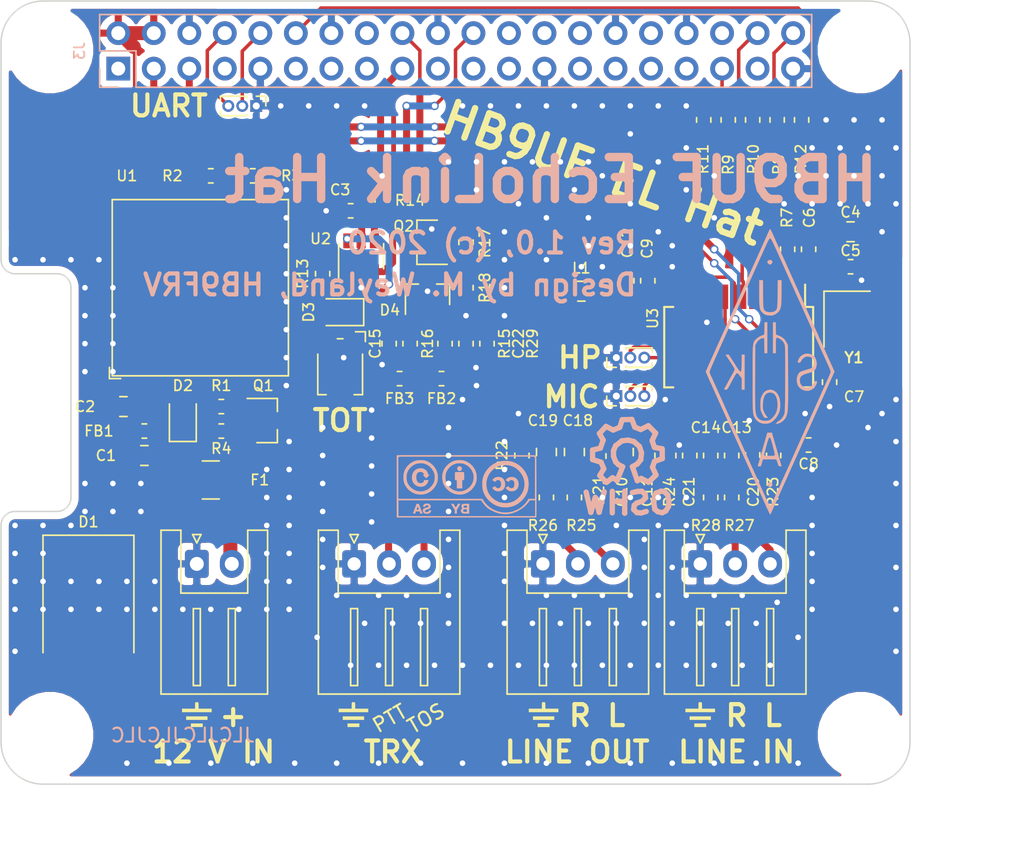
<source format=kicad_pcb>
(kicad_pcb (version 20171130) (host pcbnew 5.1.6)
  (title_block (rev 1.0))
  (layers (0 F.Cu signal) (31 B.Cu signal hide) (34 B.Paste user) (35 F.Paste user) (36 B.SilkS user) (37 F.SilkS user) (38 B.Mask user) (39 F.Mask user) (44 Edge.Cuts user))
  (net 0 "")
  (net 1 "Net-(J2-Pad2)")
  (net 2 "Net-(J2-Pad3)")
  (net 3 GND)
  (net 4 "Net-(C1-Pad1)")
  (net 5 +12V)
  (net 6 +3V3)
  (net 7 "Net-(C5-Pad1)")
  (net 8 "Net-(C7-Pad1)")
  (net 9 "Net-(C12-Pad1)")
  (net 10 "Net-(C10-Pad1)")
  (net 11 "Net-(C13-Pad2)")
  (net 12 "Net-(C13-Pad1)")
  (net 13 "Net-(C14-Pad2)")
  (net 14 "Net-(C14-Pad1)")
  (net 15 /TRX_PTT)
  (net 16 "Net-(C18-Pad2)")
  (net 17 /LOUT)
  (net 18 "Net-(C19-Pad2)")
  (net 19 /ROUT)
  (net 20 /PI_TOS)
  (net 21 "Net-(D2-Pad1)")
  (net 22 "Net-(D3-Pad2)")
  (net 23 "Net-(D3-Pad1)")
  (net 24 "Net-(FB2-Pad2)")
  (net 25 "Net-(FB2-Pad1)")
  (net 26 "Net-(FB3-Pad2)")
  (net 27 "Net-(FB3-Pad1)")
  (net 28 "Net-(F1-Pad2)")
  (net 29 "Net-(J5-Pad3)")
  (net 30 "Net-(J5-Pad2)")
  (net 31 "Net-(Q1-Pad3)")
  (net 32 "Net-(Q1-Pad1)")
  (net 33 "Net-(Q2-Pad1)")
  (net 34 "Net-(R2-Pad2)")
  (net 35 +5V)
  (net 36 /SCL)
  (net 37 /SDA)
  (net 38 "Net-(R7-Pad2)")
  (net 39 /I2S_DOUT)
  (net 40 "Net-(R8-Pad1)")
  (net 41 /I2S_LRCLK)
  (net 42 "Net-(R9-Pad1)")
  (net 43 /I2S_DIN)
  (net 44 "Net-(R10-Pad1)")
  (net 45 "Net-(R11-Pad1)")
  (net 46 /I2S_BCLK)
  (net 47 "Net-(R12-Pad1)")
  (net 48 /PI_PTT)
  (net 49 "Net-(R17-Pad2)")
  (net 50 "Net-(U1-PadC1)")
  (net 51 "Net-(U1-PadE1)")
  (net 52 "Net-(U1-PadE2)")
  (net 53 "Net-(RV1-Pad2)")
  (net 54 /RHPOUT)
  (net 55 /LHPOUT)
  (net 56 "Net-(J3-Pad37)")
  (net 57 "Net-(J3-Pad36)")
  (net 58 "Net-(J3-Pad33)")
  (net 59 "Net-(J3-Pad32)")
  (net 60 "Net-(J3-Pad31)")
  (net 61 "Net-(J3-Pad29)")
  (net 62 "Net-(J3-Pad28)")
  (net 63 "Net-(J3-Pad27)")
  (net 64 "Net-(J3-Pad26)")
  (net 65 "Net-(J3-Pad24)")
  (net 66 "Net-(J3-Pad23)")
  (net 67 "Net-(J3-Pad21)")
  (net 68 "Net-(J3-Pad19)")
  (net 69 "Net-(J3-Pad16)")
  (net 70 "Net-(J3-Pad15)")
  (net 71 "Net-(J3-Pad13)")
  (net 72 "Net-(J3-Pad11)")
  (net 73 "Net-(J3-Pad7)")
  (net 74 "Net-(J6-Pad3)")
  (net 75 "Net-(J6-Pad2)")
  (net 76 "Net-(J7-Pad3)")
  (net 77 "Net-(J7-Pad2)")
  (net 78 "Net-(Y1-Pad4)")
  (net 79 "Net-(Y1-Pad2)")
  (net 80 "Net-(J3-Pad1)")
  (module Crystal:Crystal_SMD_3225-4Pin_3.2x2.5mm (layer F.Cu) (at 107.5 48.25 270)
    (fp_text reference Y1 (at 2.75 -0.5 180) (layer F.SilkS) (effects (font (size 0.75 0.75))))
    (fp_text value 12.88MHz)
    (pad 4 smd rect (at -1.1 -0.85 270) (size 1.4 1.2) (layers F.Cu F.Paste F.Mask) (net 78 "Net-(Y1-Pad4)"))
    (pad 3 smd rect (at 1.1 -0.85 270) (size 1.4 1.2) (layers F.Cu F.Paste F.Mask) (net 8 "Net-(C7-Pad1)"))
    (pad 2 smd rect (at 1.1 0.85 270) (size 1.4 1.2) (layers F.Cu F.Paste F.Mask) (net 79 "Net-(Y1-Pad2)"))
    (pad 1 smd rect (at -1.1 0.85 270) (size 1.4 1.2) (layers F.Cu F.Paste F.Mask) (net 7 "Net-(C5-Pad1)"))
  )
  (module hb9uf:Logo_silk_CC-BY-SA_10x4.5mm (layer B.Cu) (at 80.3 60.2 180)
    (fp_text reference CC-BY-SA-LOGO hide)
    (fp_text value "" hide)
  )
  (module hb9uf:Symbol_OSHW-Logo_SilkScreen (layer B.Cu) (at 91.8 57.9 180)
    (fp_text reference OSHW hide)
    (fp_text value Symbol_OSHW-Logo_SilkScreen_07Jul2012 hide)
  )
  (module hb9uf:hb9uf_logo_mid (layer B.Cu) (at 102 52 180)
    (fp_text reference G*** hide)
    (fp_text value LOGO hide)
  )
  (module hb9uf:GND (layer F.Cu) (at 97 76.4)
    (fp_text reference GND hide)
    (fp_text value GND hide)
  )
  (module hb9uf:GND (layer F.Cu) (at 85.8 76.4)
    (fp_text reference GND hide)
    (fp_text value GND hide)
  )
  (module hb9uf:GND (layer F.Cu) (at 72.2 76.4)
    (fp_text reference GND hide)
    (fp_text value GND hide)
  )
  (module hb9uf:GND (layer F.Cu) (at 61 76.4)
    (fp_text reference GND hide)
    (fp_text value GND hide)
  )
  (module Potentiometer_SMD:Potentiometer_Bourns_TC33X_Vertical (layer F.Cu) (at 71.25 51.75 270)
    (fp_text reference RV1 hide)
    (fp_text value 50k)
    (pad 2 smd rect (at 1.45 0 270) (size 1.5 1.6) (layers F.Cu F.Paste F.Mask) (net 53 "Net-(RV1-Pad2)"))
    (pad 3 smd rect (at -1.8 1 270) (size 1.2 1.2) (layers F.Cu F.Paste F.Mask) (net 22 "Net-(D3-Pad2)"))
    (pad 1 smd rect (at -1.8 -1 270) (size 1.2 1.2) (layers F.Cu F.Paste F.Mask) (net 3 GND))
  )
  (module Inductor_SMD:L_0805_2012Metric (layer F.Cu) (at 88.5 46.25)
    (fp_text reference L1 (at 0 -1.65) (layer F.SilkS) (effects (font (size 0.75 0.75) (thickness 0.12))))
    (fp_text value 10u)
    (pad 2 smd roundrect (at 0.9375 0) (size 0.975 1.4) (layers F.Cu F.Paste F.Mask) (net 9 "Net-(C12-Pad1)"))
    (pad 1 smd roundrect (at -0.9375 0) (size 0.975 1.4) (layers F.Cu F.Paste F.Mask) (net 6 +3V3))
  )
  (module Connector_PinHeader_1.00mm:PinHeader_1x03_P1.00mm_Vertical (layer F.Cu) (at 91 51 90)
    (fp_text reference J8 hide)
    (fp_text value "HP OUT")
    (pad 3 thru_hole oval (at 0 2 90) (size 0.85 0.85) (drill 0.5) (layers *.Cu *.Mask) (net 55 /LHPOUT))
    (pad 2 thru_hole oval (at 0 1 90) (size 0.85 0.85) (drill 0.5) (layers *.Cu *.Mask) (net 54 /RHPOUT))
    (pad 1 thru_hole rect (at 0 0 90) (size 0.85 0.85) (drill 0.5) (layers *.Cu *.Mask) (net 3 GND))
  )
  (module Connector_PinHeader_1.00mm:PinHeader_1x03_P1.00mm_Vertical (layer F.Cu) (at 91 53.75 90)
    (fp_text reference J5 hide)
    (fp_text value MIC)
    (pad 3 thru_hole oval (at 0 2 90) (size 0.85 0.85) (drill 0.5) (layers *.Cu *.Mask) (net 29 "Net-(J5-Pad3)"))
    (pad 2 thru_hole oval (at 0 1 90) (size 0.85 0.85) (drill 0.5) (layers *.Cu *.Mask) (net 30 "Net-(J5-Pad2)"))
    (pad 1 thru_hole rect (at 0 0 90) (size 0.85 0.85) (drill 0.5) (layers *.Cu *.Mask) (net 3 GND))
  )
  (module Connector_JST:JST_XH_S3B-XH-A_1x03_P2.50mm_Horizontal (layer F.Cu) (at 97 65.75)
    (fp_text reference J7 hide)
    (fp_text value "LINE IN")
    (pad 3 thru_hole oval (at 5 0) (size 1.7 1.95) (drill 0.95) (layers *.Cu *.Mask) (net 76 "Net-(J7-Pad3)"))
    (pad 2 thru_hole oval (at 2.5 0) (size 1.7 1.95) (drill 0.95) (layers *.Cu *.Mask) (net 77 "Net-(J7-Pad2)"))
    (pad 1 thru_hole roundrect (at 0 0) (size 1.7 1.95) (drill 0.95) (layers *.Cu *.Mask) (roundrect_rratio 0.147059) (net 3 GND))
  )
  (module Connector_JST:JST_XH_S3B-XH-A_1x03_P2.50mm_Horizontal (layer F.Cu) (at 85.75 65.75)
    (fp_text reference J6 hide)
    (fp_text value "LINE OUT")
    (pad 3 thru_hole oval (at 5 0) (size 1.7 1.95) (drill 0.95) (layers *.Cu *.Mask) (net 74 "Net-(J6-Pad3)"))
    (pad 2 thru_hole oval (at 2.5 0) (size 1.7 1.95) (drill 0.95) (layers *.Cu *.Mask) (net 75 "Net-(J6-Pad2)"))
    (pad 1 thru_hole roundrect (at 0 0) (size 1.7 1.95) (drill 0.95) (layers *.Cu *.Mask) (roundrect_rratio 0.147059) (net 3 GND))
  )
  (module Resistor_SMD:R_1210_3225Metric (layer F.Cu) (at 62 59.75)
    (fp_text reference F1 (at 3.5 0) (layer F.SilkS) (effects (font (size 0.75 0.75) (thickness 0.12))))
    (fp_text value "2 A")
    (pad 2 smd roundrect (at 1.4 0) (size 1.25 2.65) (layers F.Cu F.Paste F.Mask) (roundrect_rratio 0.2) (net 28 "Net-(F1-Pad2)"))
    (pad 1 smd roundrect (at -1.4 0) (size 1.25 2.65) (layers F.Cu F.Paste F.Mask) (roundrect_rratio 0.2) (net 4 "Net-(C1-Pad1)"))
  )
  (module Diode_SMD:D_SMC (layer F.Cu) (at 53.25 68.5 270)
    (fp_text reference D1 (at -5.75 0 180) (layer F.SilkS) (effects (font (size 0.75 0.75) (thickness 0.12))))
    (fp_text value B340)
    (pad 2 smd rect (at 3.4 0) (size 3.3 2.5) (layers F.Cu F.Paste F.Mask) (net 3 GND))
    (pad 1 smd rect (at -3.4 0) (size 3.3 2.5) (layers F.Cu F.Paste F.Mask) (net 4 "Net-(C1-Pad1)"))
  )
  (module Connector_PinHeader_1.00mm:PinHeader_1x03_P1.00mm_Vertical (layer F.Cu) (at 65.25 33 270)
    (fp_text reference J2 hide)
    (fp_text value UART)
    (pad 3 thru_hole oval (at 0 2 270) (size 0.85 0.85) (drill 0.5) (layers *.Cu *.Mask) (net 2 "Net-(J2-Pad3)"))
    (pad 2 thru_hole oval (at 0 1 270) (size 0.85 0.85) (drill 0.5) (layers *.Cu *.Mask) (net 1 "Net-(J2-Pad2)"))
    (pad 1 thru_hole rect (at 0 0 270) (size 0.85 0.85) (drill 0.5) (layers *.Cu *.Mask) (net 3 GND))
  )
  (module Connector_PinSocket_2.54mm:PinSocket_2x20_P2.54mm_Vertical (layer B.Cu) (at 55.382 30.334 270)
    (fp_text reference J3 (at -1.27 2.77 270) (layer B.SilkS) (effects (font (size 0.75 0.75) (thickness 0.12)) (justify mirror)))
    (fp_text value "Raspberry Pi Header")
    (pad 1 thru_hole rect (at 0 0 270) (size 1.7 1.7) (drill 1) (layers *.Cu *.Mask) (net 80 "Net-(J3-Pad1)"))
    (pad 2 thru_hole oval (at -2.54 0 270) (size 1.7 1.7) (drill 1) (layers *.Cu *.Mask) (net 35 +5V))
    (pad 3 thru_hole oval (at 0 -2.54 270) (size 1.7 1.7) (drill 1) (layers *.Cu *.Mask) (net 37 /SDA))
    (pad 4 thru_hole oval (at -2.54 -2.54 270) (size 1.7 1.7) (drill 1) (layers *.Cu *.Mask) (net 35 +5V))
    (pad 5 thru_hole oval (at 0 -5.08 270) (size 1.7 1.7) (drill 1) (layers *.Cu *.Mask) (net 36 /SCL))
    (pad 6 thru_hole oval (at -2.54 -5.08 270) (size 1.7 1.7) (drill 1) (layers *.Cu *.Mask) (net 3 GND))
    (pad 7 thru_hole oval (at 0 -7.62 270) (size 1.7 1.7) (drill 1) (layers *.Cu *.Mask) (net 73 "Net-(J3-Pad7)"))
    (pad 8 thru_hole oval (at -2.54 -7.62 270) (size 1.7 1.7) (drill 1) (layers *.Cu *.Mask) (net 2 "Net-(J2-Pad3)"))
    (pad 9 thru_hole oval (at 0 -10.16 270) (size 1.7 1.7) (drill 1) (layers *.Cu *.Mask) (net 3 GND))
    (pad 10 thru_hole oval (at -2.54 -10.16 270) (size 1.7 1.7) (drill 1) (layers *.Cu *.Mask) (net 1 "Net-(J2-Pad2)"))
    (pad 11 thru_hole oval (at 0 -12.7 270) (size 1.7 1.7) (drill 1) (layers *.Cu *.Mask) (net 72 "Net-(J3-Pad11)"))
    (pad 12 thru_hole oval (at -2.54 -12.7 270) (size 1.7 1.7) (drill 1) (layers *.Cu *.Mask) (net 46 /I2S_BCLK))
    (pad 13 thru_hole oval (at 0 -15.24 270) (size 1.7 1.7) (drill 1) (layers *.Cu *.Mask) (net 71 "Net-(J3-Pad13)"))
    (pad 14 thru_hole oval (at -2.54 -15.24 270) (size 1.7 1.7) (drill 1) (layers *.Cu *.Mask) (net 3 GND))
    (pad 15 thru_hole oval (at 0 -17.78 270) (size 1.7 1.7) (drill 1) (layers *.Cu *.Mask) (net 70 "Net-(J3-Pad15)"))
    (pad 16 thru_hole oval (at -2.54 -17.78 270) (size 1.7 1.7) (drill 1) (layers *.Cu *.Mask) (net 69 "Net-(J3-Pad16)"))
    (pad 17 thru_hole oval (at 0 -20.32 270) (size 1.7 1.7) (drill 1) (layers *.Cu *.Mask) (net 6 +3V3))
    (pad 18 thru_hole oval (at -2.54 -20.32 270) (size 1.7 1.7) (drill 1) (layers *.Cu *.Mask) (net 20 /PI_TOS))
    (pad 19 thru_hole oval (at 0 -22.86 270) (size 1.7 1.7) (drill 1) (layers *.Cu *.Mask) (net 68 "Net-(J3-Pad19)"))
    (pad 20 thru_hole oval (at -2.54 -22.86 270) (size 1.7 1.7) (drill 1) (layers *.Cu *.Mask) (net 3 GND))
    (pad 21 thru_hole oval (at 0 -25.4 270) (size 1.7 1.7) (drill 1) (layers *.Cu *.Mask) (net 67 "Net-(J3-Pad21)"))
    (pad 22 thru_hole oval (at -2.54 -25.4 270) (size 1.7 1.7) (drill 1) (layers *.Cu *.Mask) (net 48 /PI_PTT))
    (pad 23 thru_hole oval (at 0 -27.94 270) (size 1.7 1.7) (drill 1) (layers *.Cu *.Mask) (net 66 "Net-(J3-Pad23)"))
    (pad 24 thru_hole oval (at -2.54 -27.94 270) (size 1.7 1.7) (drill 1) (layers *.Cu *.Mask) (net 65 "Net-(J3-Pad24)"))
    (pad 25 thru_hole oval (at 0 -30.48 270) (size 1.7 1.7) (drill 1) (layers *.Cu *.Mask) (net 3 GND))
    (pad 26 thru_hole oval (at -2.54 -30.48 270) (size 1.7 1.7) (drill 1) (layers *.Cu *.Mask) (net 64 "Net-(J3-Pad26)"))
    (pad 27 thru_hole oval (at 0 -33.02 270) (size 1.7 1.7) (drill 1) (layers *.Cu *.Mask) (net 63 "Net-(J3-Pad27)"))
    (pad 28 thru_hole oval (at -2.54 -33.02 270) (size 1.7 1.7) (drill 1) (layers *.Cu *.Mask) (net 62 "Net-(J3-Pad28)"))
    (pad 29 thru_hole oval (at 0 -35.56 270) (size 1.7 1.7) (drill 1) (layers *.Cu *.Mask) (net 61 "Net-(J3-Pad29)"))
    (pad 30 thru_hole oval (at -2.54 -35.56 270) (size 1.7 1.7) (drill 1) (layers *.Cu *.Mask) (net 3 GND))
    (pad 31 thru_hole oval (at 0 -38.1 270) (size 1.7 1.7) (drill 1) (layers *.Cu *.Mask) (net 60 "Net-(J3-Pad31)"))
    (pad 32 thru_hole oval (at -2.54 -38.1 270) (size 1.7 1.7) (drill 1) (layers *.Cu *.Mask) (net 59 "Net-(J3-Pad32)"))
    (pad 33 thru_hole oval (at 0 -40.64 270) (size 1.7 1.7) (drill 1) (layers *.Cu *.Mask) (net 58 "Net-(J3-Pad33)"))
    (pad 34 thru_hole oval (at -2.54 -40.64 270) (size 1.7 1.7) (drill 1) (layers *.Cu *.Mask) (net 3 GND))
    (pad 35 thru_hole oval (at 0 -43.18 270) (size 1.7 1.7) (drill 1) (layers *.Cu *.Mask) (net 41 /I2S_LRCLK))
    (pad 36 thru_hole oval (at -2.54 -43.18 270) (size 1.7 1.7) (drill 1) (layers *.Cu *.Mask) (net 57 "Net-(J3-Pad36)"))
    (pad 37 thru_hole oval (at 0 -45.72 270) (size 1.7 1.7) (drill 1) (layers *.Cu *.Mask) (net 56 "Net-(J3-Pad37)"))
    (pad 38 thru_hole oval (at -2.54 -45.72 270) (size 1.7 1.7) (drill 1) (layers *.Cu *.Mask) (net 43 /I2S_DIN))
    (pad 39 thru_hole oval (at 0 -48.26 270) (size 1.7 1.7) (drill 1) (layers *.Cu *.Mask) (net 3 GND))
    (pad 40 thru_hole oval (at -2.54 -48.26 270) (size 1.7 1.7) (drill 1) (layers *.Cu *.Mask) (net 39 /I2S_DOUT))
  )
  (module Package_SO:SSOP-28_5.3x10.2mm_P0.65mm (layer F.Cu) (at 99.75 50.25 270)
    (fp_text reference U3 (at -2.05 6.15 90) (layer F.SilkS) (effects (font (size 0.75 0.75) (thickness 0.12))))
    (fp_text value WM8731SEDS)
    (pad 28 smd rect (at 3.6 -4.225 270) (size 1.75 0.45) (layers F.Cu F.Paste F.Mask) (net 3 GND))
    (pad 27 smd rect (at 3.6 -3.575 270) (size 1.75 0.45) (layers F.Cu F.Paste F.Mask) (net 6 +3V3))
    (pad 26 smd rect (at 3.6 -2.925 270) (size 1.75 0.45) (layers F.Cu F.Paste F.Mask) (net 8 "Net-(C7-Pad1)"))
    (pad 25 smd rect (at 3.6 -2.275 270) (size 1.75 0.45) (layers F.Cu F.Paste F.Mask) (net 7 "Net-(C5-Pad1)"))
    (pad 24 smd rect (at 3.6 -1.625 270) (size 1.75 0.45) (layers F.Cu F.Paste F.Mask) (net 36 /SCL))
    (pad 23 smd rect (at 3.6 -0.975 270) (size 1.75 0.45) (layers F.Cu F.Paste F.Mask) (net 37 /SDA))
    (pad 22 smd rect (at 3.6 -0.325 270) (size 1.75 0.45) (layers F.Cu F.Paste F.Mask) (net 3 GND))
    (pad 21 smd rect (at 3.6 0.325 270) (size 1.75 0.45) (layers F.Cu F.Paste F.Mask) (net 3 GND))
    (pad 20 smd rect (at 3.6 0.975 270) (size 1.75 0.45) (layers F.Cu F.Paste F.Mask) (net 12 "Net-(C13-Pad1)"))
    (pad 19 smd rect (at 3.6 1.625 270) (size 1.75 0.45) (layers F.Cu F.Paste F.Mask) (net 14 "Net-(C14-Pad1)"))
    (pad 18 smd rect (at 3.6 2.275 270) (size 1.75 0.45) (layers F.Cu F.Paste F.Mask) (net 30 "Net-(J5-Pad2)"))
    (pad 17 smd rect (at 3.6 2.925 270) (size 1.75 0.45) (layers F.Cu F.Paste F.Mask) (net 29 "Net-(J5-Pad3)"))
    (pad 16 smd rect (at 3.6 3.575 270) (size 1.75 0.45) (layers F.Cu F.Paste F.Mask) (net 10 "Net-(C10-Pad1)"))
    (pad 15 smd rect (at 3.6 4.225 270) (size 1.75 0.45) (layers F.Cu F.Paste F.Mask) (net 3 GND))
    (pad 14 smd rect (at -3.6 4.225 270) (size 1.75 0.45) (layers F.Cu F.Paste F.Mask) (net 9 "Net-(C12-Pad1)"))
    (pad 13 smd rect (at -3.6 3.575 270) (size 1.75 0.45) (layers F.Cu F.Paste F.Mask) (net 19 /ROUT))
    (pad 12 smd rect (at -3.6 2.925 270) (size 1.75 0.45) (layers F.Cu F.Paste F.Mask) (net 17 /LOUT))
    (pad 11 smd rect (at -3.6 2.275 270) (size 1.75 0.45) (layers F.Cu F.Paste F.Mask) (net 3 GND))
    (pad 10 smd rect (at -3.6 1.625 270) (size 1.75 0.45) (layers F.Cu F.Paste F.Mask) (net 54 /RHPOUT))
    (pad 9 smd rect (at -3.6 0.975 270) (size 1.75 0.45) (layers F.Cu F.Paste F.Mask) (net 55 /LHPOUT))
    (pad 8 smd rect (at -3.6 0.325 270) (size 1.75 0.45) (layers F.Cu F.Paste F.Mask) (net 9 "Net-(C12-Pad1)"))
    (pad 7 smd rect (at -3.6 -0.325 270) (size 1.75 0.45) (layers F.Cu F.Paste F.Mask) (net 45 "Net-(R11-Pad1)"))
    (pad 6 smd rect (at -3.6 -0.975 270) (size 1.75 0.45) (layers F.Cu F.Paste F.Mask) (net 44 "Net-(R10-Pad1)"))
    (pad 5 smd rect (at -3.6 -1.625 270) (size 1.75 0.45) (layers F.Cu F.Paste F.Mask) (net 42 "Net-(R9-Pad1)"))
    (pad 4 smd rect (at -3.6 -2.275 270) (size 1.75 0.45) (layers F.Cu F.Paste F.Mask) (net 40 "Net-(R8-Pad1)"))
    (pad 3 smd rect (at -3.6 -2.925 270) (size 1.75 0.45) (layers F.Cu F.Paste F.Mask) (net 47 "Net-(R12-Pad1)"))
    (pad 2 smd rect (at -3.6 -3.575 270) (size 1.75 0.45) (layers F.Cu F.Paste F.Mask) (net 38 "Net-(R7-Pad2)"))
    (pad 1 smd rect (at -3.6 -4.225 270) (size 1.75 0.45) (layers F.Cu F.Paste F.Mask) (net 6 +3V3))
  )
  (module Package_TO_SOT_SMD:SOT-23-6 (layer F.Cu) (at 72.75 43.75 90)
    (fp_text reference U2 (at 1.25 -2.9 180) (layer F.SilkS) (effects (font (size 0.75 0.75) (thickness 0.12))))
    (fp_text value ATtiny10-TS)
    (pad 5 smd rect (at 1.1 0 90) (size 1.06 0.65) (layers F.Cu F.Paste F.Mask) (net 6 +3V3))
    (pad 6 smd rect (at 1.1 -0.95 90) (size 1.06 0.65) (layers F.Cu F.Paste F.Mask) (net 53 "Net-(RV1-Pad2)"))
    (pad 4 smd rect (at 1.1 0.95 90) (size 1.06 0.65) (layers F.Cu F.Paste F.Mask) (net 48 /PI_PTT))
    (pad 3 smd rect (at -1.1 0.95 90) (size 1.06 0.65) (layers F.Cu F.Paste F.Mask) (net 49 "Net-(R17-Pad2)"))
    (pad 2 smd rect (at -1.1 0 90) (size 1.06 0.65) (layers F.Cu F.Paste F.Mask) (net 3 GND))
    (pad 1 smd rect (at -1.1 -0.95 90) (size 1.06 0.65) (layers F.Cu F.Paste F.Mask) (net 23 "Net-(D3-Pad1)"))
  )
  (module Converter_DCDC:Converter_DCDC_RECOM_RPMx.x-x.0 (layer F.Cu) (at 61.25 46 90)
    (fp_text reference U1 (at 8 -5.25 180) (layer F.SilkS) (effects (font (size 0.75 0.75) (thickness 0.12))))
    (fp_text value RPM5.0-2.0)
    (pad A1 smd rect (at -4.58 -4.58 90) (size 1.06 1.06) (layers F.Cu F.Paste F.Mask) (net 5 +12V))
    (pad B1 smd rect (at -4.58 -2.29 90) (size 1.06 1.06) (layers F.Cu F.Paste F.Mask) (net 3 GND))
    (pad C1 smd rect (at -4.58 0 90) (size 1.06 1.06) (layers F.Cu F.Paste F.Mask) (net 50 "Net-(U1-PadC1)"))
    (pad D1 smd rect (at -4.58 2.29 90) (size 1.06 1.06) (layers F.Cu F.Paste F.Mask) (net 32 "Net-(Q1-Pad1)"))
    (pad E1 smd rect (at -4.58 4.58 90) (size 1.06 1.06) (layers F.Cu F.Paste F.Mask) (net 51 "Net-(U1-PadE1)"))
    (pad A2 smd rect (at -2.29 -4.58 90) (size 1.06 1.06) (layers F.Cu F.Paste F.Mask) (net 5 +12V))
    (pad B2 smd rect (at -2.29 -2.29 90) (size 1.06 1.06) (layers F.Cu F.Paste F.Mask) (net 3 GND))
    (pad C2 smd rect (at -2.29 0 90) (size 1.06 1.06) (layers F.Cu F.Paste F.Mask) (net 3 GND))
    (pad D2 smd rect (at -2.29 2.29 90) (size 1.06 1.06) (layers F.Cu F.Paste F.Mask) (net 3 GND))
    (pad E2 smd rect (at -2.29 4.58 90) (size 1.06 1.06) (layers F.Cu F.Paste F.Mask) (net 52 "Net-(U1-PadE2)"))
    (pad A3 smd rect (at 0 -4.58 90) (size 1.06 1.06) (layers F.Cu F.Paste F.Mask) (net 3 GND))
    (pad B3 smd rect (at 0 -2.29 90) (size 1.06 1.06) (layers F.Cu F.Paste F.Mask) (net 3 GND))
    (pad C3 smd rect (at 0 0 90) (size 1.06 1.06) (layers F.Cu F.Paste F.Mask) (net 3 GND))
    (pad D3 smd rect (at 0 2.29 90) (size 1.06 1.06) (layers F.Cu F.Paste F.Mask) (net 3 GND))
    (pad E3 smd rect (at 0 4.58 90) (size 1.06 1.06) (layers F.Cu F.Paste F.Mask) (net 3 GND))
    (pad A4 smd rect (at 2.29 -4.58 90) (size 1.06 1.06) (layers F.Cu F.Paste F.Mask) (net 3 GND))
    (pad B4 smd rect (at 2.29 -2.29 90) (size 1.06 1.06) (layers F.Cu F.Paste F.Mask) (net 3 GND))
    (pad C4 smd rect (at 2.29 0 90) (size 1.06 1.06) (layers F.Cu F.Paste F.Mask) (net 3 GND))
    (pad D4 smd rect (at 2.29 2.29 90) (size 1.06 1.06) (layers F.Cu F.Paste F.Mask) (net 3 GND))
    (pad E4 smd rect (at 2.29 4.58 90) (size 1.06 1.06) (layers F.Cu F.Paste F.Mask) (net 3 GND))
    (pad A5 smd rect (at 4.58 -4.58 90) (size 1.06 1.06) (layers F.Cu F.Paste F.Mask) (net 35 +5V))
    (pad B5 smd rect (at 4.58 -2.29 90) (size 1.06 1.06) (layers F.Cu F.Paste F.Mask) (net 35 +5V))
    (pad C5 smd rect (at 4.58 0 90) (size 1.06 1.06) (layers F.Cu F.Paste F.Mask) (net 35 +5V))
    (pad D5 smd rect (at 4.58 2.29 90) (size 1.06 1.06) (layers F.Cu F.Paste F.Mask) (net 3 GND))
    (pad E5 smd rect (at 4.58 4.58 90) (size 1.06 1.06) (layers F.Cu F.Paste F.Mask) (net 34 "Net-(R2-Pad2)"))
  )
  (module Resistor_SMD:R_0603_1608Metric (layer F.Cu) (at 81.75 50 90)
    (fp_text reference R29 (at 0 3.25 90) (layer F.SilkS) (effects (font (size 0.75 0.75) (thickness 0.12))))
    (fp_text value 1M4)
    (pad 2 smd roundrect (at 0.7875 0 90) (size 0.875 0.95) (layers F.Cu F.Paste F.Mask) (net 20 /PI_TOS))
    (pad 1 smd roundrect (at -0.7875 0 90) (size 0.875 0.95) (layers F.Cu F.Paste F.Mask) (net 3 GND))
  )
  (module Resistor_SMD:R_0603_1608Metric (layer F.Cu) (at 97.75 61 90)
    (fp_text reference R28 (at -2 -0.35 180) (layer F.SilkS) (effects (font (size 0.75 0.75) (thickness 0.12))))
    (fp_text value 5.6k)
    (pad 2 smd roundrect (at 0.7875 0 90) (size 0.875 0.95) (layers F.Cu F.Paste F.Mask) (net 13 "Net-(C14-Pad2)"))
    (pad 1 smd roundrect (at -0.7875 0 90) (size 0.875 0.95) (layers F.Cu F.Paste F.Mask) (net 77 "Net-(J7-Pad2)"))
  )
  (module Resistor_SMD:R_0603_1608Metric (layer F.Cu) (at 99.25 61 90)
    (fp_text reference R27 (at -2 0.55 180) (layer F.SilkS) (effects (font (size 0.75 0.75) (thickness 0.12))))
    (fp_text value 5.6k)
    (pad 2 smd roundrect (at 0.7875 0 90) (size 0.875 0.95) (layers F.Cu F.Paste F.Mask) (net 11 "Net-(C13-Pad2)"))
    (pad 1 smd roundrect (at -0.7875 0 90) (size 0.875 0.95) (layers F.Cu F.Paste F.Mask) (net 76 "Net-(J7-Pad3)"))
  )
  (module Resistor_SMD:R_0603_1608Metric (layer F.Cu) (at 86 61 90)
    (fp_text reference R26 (at -2 -0.25 180) (layer F.SilkS) (effects (font (size 0.75 0.75) (thickness 0.12))))
    (fp_text value 100)
    (pad 2 smd roundrect (at 0.7875 0 90) (size 0.875 0.95) (layers F.Cu F.Paste F.Mask) (net 18 "Net-(C19-Pad2)"))
    (pad 1 smd roundrect (at -0.7875 0 90) (size 0.875 0.95) (layers F.Cu F.Paste F.Mask) (net 75 "Net-(J6-Pad2)"))
  )
  (module Resistor_SMD:R_0603_1608Metric (layer F.Cu) (at 88 61 90)
    (fp_text reference R25 (at -2 0.5 180) (layer F.SilkS) (effects (font (size 0.75 0.75) (thickness 0.12))))
    (fp_text value 100)
    (pad 2 smd roundrect (at 0.7875 0 90) (size 0.875 0.95) (layers F.Cu F.Paste F.Mask) (net 16 "Net-(C18-Pad2)"))
    (pad 1 smd roundrect (at -0.7875 0 90) (size 0.875 0.95) (layers F.Cu F.Paste F.Mask) (net 74 "Net-(J6-Pad3)"))
  )
  (module Resistor_SMD:R_0603_1608Metric (layer F.Cu) (at 94.75 58 90)
    (fp_text reference R24 (at -2.6 0.05 90) (layer F.SilkS) (effects (font (size 0.75 0.75) (thickness 0.12))))
    (fp_text value 5.6k)
    (pad 2 smd roundrect (at 0.7875 0 90) (size 0.875 0.95) (layers F.Cu F.Paste F.Mask) (net 3 GND))
    (pad 1 smd roundrect (at -0.7875 0 90) (size 0.875 0.95) (layers F.Cu F.Paste F.Mask) (net 13 "Net-(C14-Pad2)"))
  )
  (module Resistor_SMD:R_0603_1608Metric (layer F.Cu) (at 102.25 58 90)
    (fp_text reference R23 (at -2.6 -0.05 90) (layer F.SilkS) (effects (font (size 0.75 0.75) (thickness 0.12))))
    (fp_text value 5.6k)
    (pad 2 smd roundrect (at 0.7875 0 90) (size 0.875 0.95) (layers F.Cu F.Paste F.Mask) (net 3 GND))
    (pad 1 smd roundrect (at -0.7875 0 90) (size 0.875 0.95) (layers F.Cu F.Paste F.Mask) (net 11 "Net-(C13-Pad2)"))
  )
  (module Resistor_SMD:R_0603_1608Metric (layer F.Cu) (at 84.25 58 90)
    (fp_text reference R22 (at 0 -1.43 90) (layer F.SilkS) (effects (font (size 0.75 0.75) (thickness 0.12))))
    (fp_text value 47k)
    (pad 2 smd roundrect (at 0.7875 0 90) (size 0.875 0.95) (layers F.Cu F.Paste F.Mask) (net 3 GND))
    (pad 1 smd roundrect (at -0.7875 0 90) (size 0.875 0.95) (layers F.Cu F.Paste F.Mask) (net 18 "Net-(C19-Pad2)"))
  )
  (module Resistor_SMD:R_0603_1608Metric (layer F.Cu) (at 89.75 58.0375 90)
    (fp_text reference R21 (at -2.4625 0 90) (layer F.SilkS) (effects (font (size 0.75 0.75) (thickness 0.12))))
    (fp_text value 47k)
    (pad 2 smd roundrect (at 0.7875 0 90) (size 0.875 0.95) (layers F.Cu F.Paste F.Mask) (net 3 GND))
    (pad 1 smd roundrect (at -0.7875 0 90) (size 0.875 0.95) (layers F.Cu F.Paste F.Mask) (net 16 "Net-(C18-Pad2)"))
  )
  (module Resistor_SMD:R_0603_1608Metric (layer F.Cu) (at 80.25 46 90)
    (fp_text reference R18 (at 0 1.35 90) (layer F.SilkS) (effects (font (size 0.75 0.75) (thickness 0.12))))
    (fp_text value 1M4)
    (pad 2 smd roundrect (at 0.7875 0 90) (size 0.875 0.95) (layers F.Cu F.Paste F.Mask) (net 33 "Net-(Q2-Pad1)"))
    (pad 1 smd roundrect (at -0.7875 0 90) (size 0.875 0.95) (layers F.Cu F.Paste F.Mask) (net 3 GND))
  )
  (module Resistor_SMD:R_0603_1608Metric (layer F.Cu) (at 80.25 42.75 90)
    (fp_text reference R17 (at -0.05 1.35 90) (layer F.SilkS) (effects (font (size 0.75 0.75) (thickness 0.12))))
    (fp_text value 5.6k)
    (pad 2 smd roundrect (at 0.7875 0 90) (size 0.875 0.95) (layers F.Cu F.Paste F.Mask) (net 49 "Net-(R17-Pad2)"))
    (pad 1 smd roundrect (at -0.7875 0 90) (size 0.875 0.95) (layers F.Cu F.Paste F.Mask) (net 33 "Net-(Q2-Pad1)"))
  )
  (module Resistor_SMD:R_0603_1608Metric (layer F.Cu) (at 76.25 50 270)
    (fp_text reference R16 (at 0 -1.25 90) (layer F.SilkS) (effects (font (size 0.75 0.75) (thickness 0.12))))
    (fp_text value 100)
    (pad 2 smd roundrect (at 0.7875 0 270) (size 0.875 0.95) (layers F.Cu F.Paste F.Mask) (net 27 "Net-(FB3-Pad1)"))
    (pad 1 smd roundrect (at -0.7875 0 270) (size 0.875 0.95) (layers F.Cu F.Paste F.Mask) (net 15 /TRX_PTT))
  )
  (module Resistor_SMD:R_0603_1608Metric (layer F.Cu) (at 78.75 50 270)
    (fp_text reference R15 (at 0 -4.25 90) (layer F.SilkS) (effects (font (size 0.75 0.75) (thickness 0.12))))
    (fp_text value 5.6k)
    (pad 2 smd roundrect (at 0.7875 0 270) (size 0.875 0.95) (layers F.Cu F.Paste F.Mask) (net 25 "Net-(FB2-Pad1)"))
    (pad 1 smd roundrect (at -0.7875 0 270) (size 0.875 0.95) (layers F.Cu F.Paste F.Mask) (net 20 /PI_TOS))
  )
  (module Resistor_SMD:R_0603_1608Metric (layer F.Cu) (at 74.25 39.7125 90)
    (fp_text reference R14 (at -0.0375 2 180) (layer F.SilkS) (effects (font (size 0.75 0.75) (thickness 0.12))))
    (fp_text value 1M4)
    (pad 2 smd roundrect (at 0.7875 0 90) (size 0.875 0.95) (layers F.Cu F.Paste F.Mask) (net 3 GND))
    (pad 1 smd roundrect (at -0.7875 0 90) (size 0.875 0.95) (layers F.Cu F.Paste F.Mask) (net 48 /PI_PTT))
  )
  (module Resistor_SMD:R_0603_1608Metric (layer F.Cu) (at 70 45 90)
    (fp_text reference R13 (at 0 -1.43 90) (layer F.SilkS) (effects (font (size 0.75 0.75) (thickness 0.12))))
    (fp_text value 100)
    (pad 2 smd roundrect (at 0.7875 0 90) (size 0.875 0.95) (layers F.Cu F.Paste F.Mask) (net 6 +3V3))
    (pad 1 smd roundrect (at -0.7875 0 90) (size 0.875 0.95) (layers F.Cu F.Paste F.Mask) (net 22 "Net-(D3-Pad2)"))
  )
  (module Resistor_SMD:R_0603_1608Metric (layer F.Cu) (at 104.25 34 90)
    (fp_text reference R12 (at -2.8 -0.05 90) (layer F.SilkS) (effects (font (size 0.75 0.75) (thickness 0.12))))
    (fp_text value 33)
    (pad 2 smd roundrect (at 0.7875 0 90) (size 0.875 0.95) (layers F.Cu F.Paste F.Mask) (net 46 /I2S_BCLK))
    (pad 1 smd roundrect (at -0.7875 0 90) (size 0.875 0.95) (layers F.Cu F.Paste F.Mask) (net 47 "Net-(R12-Pad1)"))
  )
  (module Resistor_SMD:R_0603_1608Metric (layer F.Cu) (at 97.25 34 90)
    (fp_text reference R11 (at -2.8 -0.05 90) (layer F.SilkS) (effects (font (size 0.75 0.75) (thickness 0.12))))
    (fp_text value 33)
    (pad 2 smd roundrect (at 0.7875 0 90) (size 0.875 0.95) (layers F.Cu F.Paste F.Mask) (net 41 /I2S_LRCLK))
    (pad 1 smd roundrect (at -0.7875 0 90) (size 0.875 0.95) (layers F.Cu F.Paste F.Mask) (net 45 "Net-(R11-Pad1)"))
  )
  (module Resistor_SMD:R_0603_1608Metric (layer F.Cu) (at 100.75 34 90)
    (fp_text reference R10 (at -2.8 0.05 90) (layer F.SilkS) (effects (font (size 0.75 0.75) (thickness 0.12))))
    (fp_text value 33)
    (pad 2 smd roundrect (at 0.7875 0 90) (size 0.875 0.95) (layers F.Cu F.Paste F.Mask) (net 43 /I2S_DIN))
    (pad 1 smd roundrect (at -0.7875 0 90) (size 0.875 0.95) (layers F.Cu F.Paste F.Mask) (net 44 "Net-(R10-Pad1)"))
  )
  (module Resistor_SMD:R_0603_1608Metric (layer F.Cu) (at 99 34 90)
    (fp_text reference R9 (at -3.2 0 90) (layer F.SilkS) (effects (font (size 0.75 0.75) (thickness 0.12))))
    (fp_text value 33)
    (pad 2 smd roundrect (at 0.7875 0 90) (size 0.875 0.95) (layers F.Cu F.Paste F.Mask) (net 41 /I2S_LRCLK))
    (pad 1 smd roundrect (at -0.7875 0 90) (size 0.875 0.95) (layers F.Cu F.Paste F.Mask) (net 42 "Net-(R9-Pad1)"))
  )
  (module Resistor_SMD:R_0603_1608Metric (layer F.Cu) (at 102.5 34 90)
    (fp_text reference R8 (at -3.2 0.1 90) (layer F.SilkS) (effects (font (size 0.75 0.75) (thickness 0.12))))
    (fp_text value 33)
    (pad 2 smd roundrect (at 0.7875 0 90) (size 0.875 0.95) (layers F.Cu F.Paste F.Mask) (net 39 /I2S_DOUT))
    (pad 1 smd roundrect (at -0.7875 0 90) (size 0.875 0.95) (layers F.Cu F.Paste F.Mask) (net 40 "Net-(R8-Pad1)"))
  )
  (module Resistor_SMD:R_0603_1608Metric (layer F.Cu) (at 103.25 43.25 270)
    (fp_text reference R7 (at -2.25 0.05 90) (layer F.SilkS) (effects (font (size 0.75 0.75) (thickness 0.12))))
    (fp_text value 100)
    (pad 2 smd roundrect (at 0.7875 0 270) (size 0.875 0.95) (layers F.Cu F.Paste F.Mask) (net 38 "Net-(R7-Pad2)"))
    (pad 1 smd roundrect (at -0.7875 0 270) (size 0.875 0.95) (layers F.Cu F.Paste F.Mask) (net 3 GND))
  )
  (module Resistor_SMD:R_0603_1608Metric (layer F.Cu) (at 62.75 56.25)
    (fp_text reference R4 (at 0 1.25) (layer F.SilkS) (effects (font (size 0.75 0.75) (thickness 0.12))))
    (fp_text value 5.6k)
    (pad 2 smd roundrect (at 0.7875 0) (size 0.875 0.95) (layers F.Cu F.Paste F.Mask) (net 31 "Net-(Q1-Pad3)"))
    (pad 1 smd roundrect (at -0.7875 0) (size 0.875 0.95) (layers F.Cu F.Paste F.Mask) (net 21 "Net-(D2-Pad1)"))
  )
  (module Resistor_SMD:R_0603_1608Metric (layer F.Cu) (at 65 38 180)
    (fp_text reference R3 (at -2.75 0) (layer F.SilkS) (effects (font (size 0.75 0.75) (thickness 0.12))))
    (fp_text value 1M4)
    (pad 2 smd roundrect (at 0.7875 0 180) (size 0.875 0.95) (layers F.Cu F.Paste F.Mask) (net 34 "Net-(R2-Pad2)"))
    (pad 1 smd roundrect (at -0.7875 0 180) (size 0.875 0.95) (layers F.Cu F.Paste F.Mask) (net 3 GND))
  )
  (module Resistor_SMD:R_0603_1608Metric (layer F.Cu) (at 62 38)
    (fp_text reference R2 (at -2.75 0) (layer F.SilkS) (effects (font (size 0.75 0.75) (thickness 0.12))))
    (fp_text value NP)
    (pad 2 smd roundrect (at 0.7875 0) (size 0.875 0.95) (layers F.Cu F.Paste F.Mask) (net 34 "Net-(R2-Pad2)"))
    (pad 1 smd roundrect (at -0.7875 0) (size 0.875 0.95) (layers F.Cu F.Paste F.Mask) (net 35 +5V))
  )
  (module Resistor_SMD:R_0603_1608Metric (layer F.Cu) (at 62.75 54.5 180)
    (fp_text reference R1 (at 0 1.5) (layer F.SilkS) (effects (font (size 0.75 0.75) (thickness 0.12))))
    (fp_text value 1M4)
    (pad 2 smd roundrect (at 0.7875 0 180) (size 0.875 0.95) (layers F.Cu F.Paste F.Mask) (net 3 GND))
    (pad 1 smd roundrect (at -0.7875 0 180) (size 0.875 0.95) (layers F.Cu F.Paste F.Mask) (net 32 "Net-(Q1-Pad1)"))
  )
  (module Package_TO_SOT_SMD:SOT-23 (layer F.Cu) (at 77.5 42.75 180)
    (fp_text reference Q2 (at 1.7 1.15) (layer F.SilkS) (effects (font (size 0.75 0.75) (thickness 0.12))))
    (fp_text value 2N7002)
    (pad 3 smd rect (at 1 0 180) (size 0.9 0.8) (layers F.Cu F.Paste F.Mask) (net 15 /TRX_PTT))
    (pad 2 smd rect (at -1 0.95 180) (size 0.9 0.8) (layers F.Cu F.Paste F.Mask) (net 3 GND))
    (pad 1 smd rect (at -1 -0.95 180) (size 0.9 0.8) (layers F.Cu F.Paste F.Mask) (net 33 "Net-(Q2-Pad1)"))
  )
  (module Package_TO_SOT_SMD:SOT-23 (layer F.Cu) (at 66 55.5)
    (fp_text reference Q1 (at -0.25 -2.5) (layer F.SilkS) (effects (font (size 0.75 0.75) (thickness 0.12))))
    (fp_text value 2N7002)
    (pad 3 smd rect (at 1 0) (size 0.9 0.8) (layers F.Cu F.Paste F.Mask) (net 31 "Net-(Q1-Pad3)"))
    (pad 2 smd rect (at -1 0.95) (size 0.9 0.8) (layers F.Cu F.Paste F.Mask) (net 3 GND))
    (pad 1 smd rect (at -1 -0.95) (size 0.9 0.8) (layers F.Cu F.Paste F.Mask) (net 32 "Net-(Q1-Pad1)"))
  )
  (module Connector_JST:JST_XH_S3B-XH-A_1x03_P2.50mm_Horizontal (layer F.Cu) (at 72.25 65.75)
    (fp_text reference J4 hide)
    (fp_text value TRX)
    (pad 3 thru_hole oval (at 5 0) (size 1.7 1.95) (drill 0.95) (layers *.Cu *.Mask) (net 24 "Net-(FB2-Pad2)"))
    (pad 2 thru_hole oval (at 2.5 0) (size 1.7 1.95) (drill 0.95) (layers *.Cu *.Mask) (net 26 "Net-(FB3-Pad2)"))
    (pad 1 thru_hole roundrect (at 0 0) (size 1.7 1.95) (drill 0.95) (layers *.Cu *.Mask) (roundrect_rratio 0.147059) (net 3 GND))
  )
  (module Connector_JST:JST_XH_S2B-XH-A_1x02_P2.50mm_Horizontal (layer F.Cu) (at 61 65.75)
    (fp_text reference J1 hide)
    (fp_text value 12V)
    (pad 2 thru_hole oval (at 2.5 0) (size 1.7 2) (drill 1) (layers *.Cu *.Mask) (net 28 "Net-(F1-Pad2)"))
    (pad 1 thru_hole roundrect (at 0 0) (size 1.7 2) (drill 1) (layers *.Cu *.Mask) (roundrect_rratio 0.147059) (net 3 GND))
  )
  (module Resistor_SMD:R_0603_1608Metric (layer F.Cu) (at 75.5 52.5 180)
    (fp_text reference FB3 (at 0 -1.43) (layer F.SilkS) (effects (font (size 0.75 0.75) (thickness 0.12))))
    (fp_text value Ferrite_Bead_Small)
    (pad 2 smd roundrect (at 0.7875 0 180) (size 0.875 0.95) (layers F.Cu F.Paste F.Mask) (net 26 "Net-(FB3-Pad2)"))
    (pad 1 smd roundrect (at -0.7875 0 180) (size 0.875 0.95) (layers F.Cu F.Paste F.Mask) (net 27 "Net-(FB3-Pad1)"))
  )
  (module Resistor_SMD:R_0603_1608Metric (layer F.Cu) (at 78.5 52.5 180)
    (fp_text reference FB2 (at 0 -1.43) (layer F.SilkS) (effects (font (size 0.75 0.75) (thickness 0.12))))
    (fp_text value Ferrite_Bead_Small)
    (pad 2 smd roundrect (at 0.7875 0 180) (size 0.875 0.95) (layers F.Cu F.Paste F.Mask) (net 24 "Net-(FB2-Pad2)"))
    (pad 1 smd roundrect (at -0.7875 0 180) (size 0.875 0.95) (layers F.Cu F.Paste F.Mask) (net 25 "Net-(FB2-Pad1)"))
  )
  (module Resistor_SMD:R_0603_1608Metric (layer F.Cu) (at 57.25 56.25)
    (fp_text reference FB1 (at -3.25 0) (layer F.SilkS) (effects (font (size 0.75 0.75) (thickness 0.12))))
    (fp_text value Ferrite_Bead_Small)
    (pad 2 smd roundrect (at 0.7875 0) (size 0.875 0.95) (layers F.Cu F.Paste F.Mask) (net 4 "Net-(C1-Pad1)"))
    (pad 1 smd roundrect (at -0.7875 0) (size 0.875 0.95) (layers F.Cu F.Paste F.Mask) (net 5 +12V))
  )
  (module Package_TO_SOT_SMD:SOT-23 (layer F.Cu) (at 77.5 46.5 90)
    (fp_text reference D4 (at -1.1 -2.7 180) (layer F.SilkS) (effects (font (size 0.75 0.75) (thickness 0.12))))
    (fp_text value SP0502BAHT)
    (pad 3 smd rect (at 1 0 90) (size 0.9 0.8) (layers F.Cu F.Paste F.Mask) (net 3 GND))
    (pad 2 smd rect (at -1 0.95 90) (size 0.9 0.8) (layers F.Cu F.Paste F.Mask) (net 20 /PI_TOS))
    (pad 1 smd rect (at -1 -0.95 90) (size 0.9 0.8) (layers F.Cu F.Paste F.Mask) (net 15 /TRX_PTT))
  )
  (module LED_SMD:LED_0805_2012Metric (layer F.Cu) (at 71.25 47.75 180)
    (fp_text reference D3 (at 2.25 0 90) (layer F.SilkS) (effects (font (size 0.75 0.75) (thickness 0.12))))
    (fp_text value PTT)
    (pad 2 smd roundrect (at 0.9375 0 180) (size 0.975 1.4) (layers F.Cu F.Paste F.Mask) (net 22 "Net-(D3-Pad2)"))
    (pad 1 smd roundrect (at -0.9375 0 180) (size 0.975 1.4) (layers F.Cu F.Paste F.Mask) (net 23 "Net-(D3-Pad1)"))
  )
  (module LED_SMD:LED_0805_2012Metric (layer F.Cu) (at 60 55.3125 90)
    (fp_text reference D2 (at 2.3125 0 180) (layer F.SilkS) (effects (font (size 0.75 0.75) (thickness 0.12))))
    (fp_text value PGOOD)
    (pad 2 smd roundrect (at 0.9375 0 90) (size 0.975 1.4) (layers F.Cu F.Paste F.Mask) (net 5 +12V))
    (pad 1 smd roundrect (at -0.9375 0 90) (size 0.975 1.4) (layers F.Cu F.Paste F.Mask) (net 21 "Net-(D2-Pad1)"))
  )
  (module Capacitor_SMD:C_0603_1608Metric (layer F.Cu) (at 80.25 50 270)
    (fp_text reference C22 (at 0 -3.75 90) (layer F.SilkS) (effects (font (size 0.75 0.75) (thickness 0.12))))
    (fp_text value 220p)
    (pad 2 smd roundrect (at 0.7875 0 270) (size 0.875 0.95) (layers F.Cu F.Paste F.Mask) (net 3 GND))
    (pad 1 smd roundrect (at -0.7875 0 270) (size 0.875 0.95) (layers F.Cu F.Paste F.Mask) (net 20 /PI_TOS))
  )
  (module Capacitor_SMD:C_0603_1608Metric (layer F.Cu) (at 96.25 58 90)
    (fp_text reference C21 (at -2.6 -0.05 90) (layer F.SilkS) (effects (font (size 0.75 0.75) (thickness 0.12))))
    (fp_text value 220p)
    (pad 2 smd roundrect (at 0.7875 0 90) (size 0.875 0.95) (layers F.Cu F.Paste F.Mask) (net 3 GND))
    (pad 1 smd roundrect (at -0.7875 0 90) (size 0.875 0.95) (layers F.Cu F.Paste F.Mask) (net 13 "Net-(C14-Pad2)"))
  )
  (module Capacitor_SMD:C_0603_1608Metric (layer F.Cu) (at 100.75 57.9625 90)
    (fp_text reference C20 (at -2.6375 0.05 90) (layer F.SilkS) (effects (font (size 0.75 0.75) (thickness 0.12))))
    (fp_text value 220p)
    (pad 2 smd roundrect (at 0.7875 0 90) (size 0.875 0.95) (layers F.Cu F.Paste F.Mask) (net 3 GND))
    (pad 1 smd roundrect (at -0.7875 0 90) (size 0.875 0.95) (layers F.Cu F.Paste F.Mask) (net 11 "Net-(C13-Pad2)"))
  )
  (module Capacitor_SMD:C_0805_2012Metric (layer F.Cu) (at 86 57.75 270)
    (fp_text reference C19 (at -2.25 0.25 180) (layer F.SilkS) (effects (font (size 0.75 0.75) (thickness 0.12))))
    (fp_text value 10u)
    (pad 2 smd roundrect (at 0.9375 0 270) (size 0.975 1.4) (layers F.Cu F.Paste F.Mask) (net 18 "Net-(C19-Pad2)"))
    (pad 1 smd roundrect (at -0.9375 0 270) (size 0.975 1.4) (layers F.Cu F.Paste F.Mask) (net 19 /ROUT))
  )
  (module Capacitor_SMD:C_0805_2012Metric (layer F.Cu) (at 88 57.75 270)
    (fp_text reference C18 (at -2.25 -0.25 180) (layer F.SilkS) (effects (font (size 0.75 0.75) (thickness 0.12))))
    (fp_text value 10u)
    (pad 2 smd roundrect (at 0.9375 0 270) (size 0.975 1.4) (layers F.Cu F.Paste F.Mask) (net 16 "Net-(C18-Pad2)"))
    (pad 1 smd roundrect (at -0.9375 0 270) (size 0.975 1.4) (layers F.Cu F.Paste F.Mask) (net 17 /LOUT))
  )
  (module Capacitor_SMD:C_0603_1608Metric (layer F.Cu) (at 74.75 50 270)
    (fp_text reference C15 (at 0 1 270) (layer F.SilkS) (effects (font (size 0.75 0.75) (thickness 0.12))))
    (fp_text value 220p)
    (pad 2 smd roundrect (at 0.7875 0 270) (size 0.875 0.95) (layers F.Cu F.Paste F.Mask) (net 3 GND))
    (pad 1 smd roundrect (at -0.7875 0 270) (size 0.875 0.95) (layers F.Cu F.Paste F.Mask) (net 15 /TRX_PTT))
  )
  (module Capacitor_SMD:C_0603_1608Metric (layer F.Cu) (at 97.75 58 270)
    (fp_text reference C14 (at -2 0.35 180) (layer F.SilkS) (effects (font (size 0.75 0.75) (thickness 0.12))))
    (fp_text value 1u)
    (pad 2 smd roundrect (at 0.7875 0 270) (size 0.875 0.95) (layers F.Cu F.Paste F.Mask) (net 13 "Net-(C14-Pad2)"))
    (pad 1 smd roundrect (at -0.7875 0 270) (size 0.875 0.95) (layers F.Cu F.Paste F.Mask) (net 14 "Net-(C14-Pad1)"))
  )
  (module Capacitor_SMD:C_0603_1608Metric (layer F.Cu) (at 99.25 58 270)
    (fp_text reference C13 (at -2 -0.35 180) (layer F.SilkS) (effects (font (size 0.75 0.75) (thickness 0.12))))
    (fp_text value 1u)
    (pad 2 smd roundrect (at 0.7875 0 270) (size 0.875 0.95) (layers F.Cu F.Paste F.Mask) (net 11 "Net-(C13-Pad2)"))
    (pad 1 smd roundrect (at -0.7875 0 270) (size 0.875 0.95) (layers F.Cu F.Paste F.Mask) (net 12 "Net-(C13-Pad1)"))
  )
  (module Capacitor_SMD:C_0603_1608Metric (layer F.Cu) (at 91.75 45.5 90)
    (fp_text reference C12 (at 2.7 0.05 90) (layer F.SilkS) (effects (font (size 0.75 0.75) (thickness 0.12))))
    (fp_text value 0.1u)
    (pad 2 smd roundrect (at 0.7875 0 90) (size 0.875 0.95) (layers F.Cu F.Paste F.Mask) (net 3 GND))
    (pad 1 smd roundrect (at -0.7875 0 90) (size 0.875 0.95) (layers F.Cu F.Paste F.Mask) (net 9 "Net-(C12-Pad1)"))
  )
  (module Capacitor_SMD:C_0603_1608Metric (layer F.Cu) (at 93.25 58 270)
    (fp_text reference C11 (at 2.6 0.05 90) (layer F.SilkS) (effects (font (size 0.75 0.75) (thickness 0.12))))
    (fp_text value 0.1u)
    (pad 2 smd roundrect (at 0.7875 0 270) (size 0.875 0.95) (layers F.Cu F.Paste F.Mask) (net 3 GND))
    (pad 1 smd roundrect (at -0.7875 0 270) (size 0.875 0.95) (layers F.Cu F.Paste F.Mask) (net 10 "Net-(C10-Pad1)"))
  )
  (module Capacitor_SMD:C_0805_2012Metric (layer F.Cu) (at 91.5 57.75 270)
    (fp_text reference C10 (at 2.85 0.1 90) (layer F.SilkS) (effects (font (size 0.75 0.75) (thickness 0.12))))
    (fp_text value 10u)
    (pad 2 smd roundrect (at 0.9375 0 270) (size 0.975 1.4) (layers F.Cu F.Paste F.Mask) (net 3 GND))
    (pad 1 smd roundrect (at -0.9375 0 270) (size 0.975 1.4) (layers F.Cu F.Paste F.Mask) (net 10 "Net-(C10-Pad1)"))
  )
  (module Capacitor_SMD:C_0603_1608Metric (layer F.Cu) (at 93.25 45.5 90)
    (fp_text reference C9 (at 2.3 -0.05 90) (layer F.SilkS) (effects (font (size 0.75 0.75) (thickness 0.12))))
    (fp_text value 0.1u)
    (pad 2 smd roundrect (at 0.7875 0 90) (size 0.875 0.95) (layers F.Cu F.Paste F.Mask) (net 3 GND))
    (pad 1 smd roundrect (at -0.7875 0 90) (size 0.875 0.95) (layers F.Cu F.Paste F.Mask) (net 9 "Net-(C12-Pad1)"))
  )
  (module Capacitor_SMD:C_0603_1608Metric (layer F.Cu) (at 104.75 57.25)
    (fp_text reference C8 (at 0 1.35) (layer F.SilkS) (effects (font (size 0.75 0.75) (thickness 0.12))))
    (fp_text value 0.1u)
    (pad 2 smd roundrect (at 0.7875 0) (size 0.875 0.95) (layers F.Cu F.Paste F.Mask) (net 3 GND))
    (pad 1 smd roundrect (at -0.7875 0) (size 0.875 0.95) (layers F.Cu F.Paste F.Mask) (net 6 +3V3))
  )
  (module Capacitor_SMD:C_0603_1608Metric (layer F.Cu) (at 106.25 52.75 270)
    (fp_text reference C7 (at 1.05 -1.75 180) (layer F.SilkS) (effects (font (size 0.75 0.75) (thickness 0.12))))
    (fp_text value 22p)
    (pad 2 smd roundrect (at 0.7875 0 270) (size 0.875 0.95) (layers F.Cu F.Paste F.Mask) (net 3 GND))
    (pad 1 smd roundrect (at -0.7875 0 270) (size 0.875 0.95) (layers F.Cu F.Paste F.Mask) (net 8 "Net-(C7-Pad1)"))
  )
  (module Capacitor_SMD:C_0603_1608Metric (layer F.Cu) (at 104.75 43.25 90)
    (fp_text reference C6 (at 2.25 0.05 90) (layer F.SilkS) (effects (font (size 0.75 0.75) (thickness 0.12))))
    (fp_text value 0.1u)
    (pad 2 smd roundrect (at 0.7875 0 90) (size 0.875 0.95) (layers F.Cu F.Paste F.Mask) (net 3 GND))
    (pad 1 smd roundrect (at -0.7875 0 90) (size 0.875 0.95) (layers F.Cu F.Paste F.Mask) (net 6 +3V3))
  )
  (module Capacitor_SMD:C_0603_1608Metric (layer F.Cu) (at 107.75 44.5)
    (fp_text reference C5 (at 0 -1.15) (layer F.SilkS) (effects (font (size 0.75 0.75) (thickness 0.12))))
    (fp_text value 22p)
    (pad 2 smd roundrect (at 0.7875 0) (size 0.875 0.95) (layers F.Cu F.Paste F.Mask) (net 3 GND))
    (pad 1 smd roundrect (at -0.7875 0) (size 0.875 0.95) (layers F.Cu F.Paste F.Mask) (net 7 "Net-(C5-Pad1)"))
  )
  (module Capacitor_SMD:C_0805_2012Metric (layer F.Cu) (at 107.75 42)
    (fp_text reference C4 (at 0 -1.4) (layer F.SilkS) (effects (font (size 0.75 0.75) (thickness 0.12))))
    (fp_text value 10u)
    (pad 2 smd roundrect (at 0.9375 0) (size 0.975 1.4) (layers F.Cu F.Paste F.Mask) (net 3 GND))
    (pad 1 smd roundrect (at -0.9375 0) (size 0.975 1.4) (layers F.Cu F.Paste F.Mask) (net 6 +3V3))
  )
  (module Capacitor_SMD:C_0603_1608Metric (layer F.Cu) (at 72 40.5 180)
    (fp_text reference C3 (at 0.75 1.5) (layer F.SilkS) (effects (font (size 0.75 0.75) (thickness 0.12))))
    (fp_text value 0.1u)
    (pad 2 smd roundrect (at 0.7875 0 180) (size 0.875 0.95) (layers F.Cu F.Paste F.Mask) (net 3 GND))
    (pad 1 smd roundrect (at -0.7875 0 180) (size 0.875 0.95) (layers F.Cu F.Paste F.Mask) (net 6 +3V3))
  )
  (module Capacitor_SMD:C_0805_2012Metric (layer F.Cu) (at 55.75 54.5 180)
    (fp_text reference C2 (at 2.75 0) (layer F.SilkS) (effects (font (size 0.75 0.75) (thickness 0.12))))
    (fp_text value 10u)
    (pad 2 smd roundrect (at 0.9375 0 180) (size 0.975 1.4) (layers F.Cu F.Paste F.Mask) (net 3 GND))
    (pad 1 smd roundrect (at -0.9375 0 180) (size 0.975 1.4) (layers F.Cu F.Paste F.Mask) (net 5 +12V))
  )
  (module Capacitor_SMD:C_0805_2012Metric (layer F.Cu) (at 57.25 58 180)
    (fp_text reference C1 (at 2.75 0) (layer F.SilkS) (effects (font (size 0.75 0.75) (thickness 0.12))))
    (fp_text value 10u)
    (pad 2 smd roundrect (at 0.9375 0 180) (size 0.975 1.4) (layers F.Cu F.Paste F.Mask) (net 3 GND))
    (pad 1 smd roundrect (at -0.9375 0 180) (size 0.975 1.4) (layers F.Cu F.Paste F.Mask) (net 4 "Net-(C1-Pad1)"))
  )
  (module RPi_Hat:RPi_Hat_Mounting_Hole (layer F.Cu) (at 108.5 29)
    (fp_text reference "" hide)
    (fp_text value "" hide)
    (pad "" np_thru_hole circle (at 0 0) (size 2.75 2.75) (drill 2.75) (layers *.Cu *.Mask) (clearance 1.725))
  )
  (module RPi_Hat:RPi_Hat_Mounting_Hole (layer F.Cu) (at 108.5 78)
    (fp_text reference "" hide)
    (fp_text value "" hide)
    (pad "" np_thru_hole circle (at 0 0) (size 2.75 2.75) (drill 2.75) (layers *.Cu *.Mask) (clearance 1.725))
  )
  (module RPi_Hat:RPi_Hat_Mounting_Hole (layer F.Cu) (at 50.5 78)
    (fp_text reference "" hide)
    (fp_text value "" hide)
    (pad "" np_thru_hole circle (at 0 0) (size 2.75 2.75) (drill 2.75) (layers *.Cu *.Mask) (clearance 1.725))
  )
  (module RPi_Hat:RPi_Hat_Mounting_Hole (layer F.Cu) (at 50.5 29)
    (fp_text reference "" hide)
    (fp_text value "" hide)
    (pad "" np_thru_hole circle (at 0 0) (size 2.75 2.75) (drill 2.75) (layers *.Cu *.Mask) (clearance 1.725))
  )
  (gr_text JLCJLCJLCJLC (at 60 78) (layer B.SilkS) (effects (font (size 1 1)) (justify mirror)))
  (gr_text "Design by M. Weyland, HB9FRV" (at 92.6 45.8) (layer B.SilkS) (effects (font (size 1.5 1.5) (thickness 0.3)) (justify left mirror)))
  (gr_text "Rev 1.0, (c) 2020" (at 92.6 42.8) (layer B.SilkS) (effects (font (size 1.5 1.5) (thickness 0.3)) (justify left mirror)))
  (gr_text "HB9UF EchoLink Hat" (at 110 38.3) (layer B.SilkS) (effects (font (size 3 3) (thickness 0.6)) (justify left mirror)))
  (gr_text "HB9UF EL Hat" (at 101.6 42 -20) (layer F.SilkS) (effects (font (size 2.25 2.25) (thickness 0.45)) (justify right)))
  (gr_text L (at 102.2 76.6) (layer F.SilkS) (effects (font (size 1.5 1.5) (thickness 0.3))))
  (gr_text R (at 99.6 76.6) (layer F.SilkS) (effects (font (size 1.5 1.5) (thickness 0.3))))
  (gr_text R (at 88.4 76.6) (layer F.SilkS) (effects (font (size 1.5 1.5) (thickness 0.3))))
  (gr_text L (at 91 76.6) (layer F.SilkS) (effects (font (size 1.5 1.5) (thickness 0.3))))
  (gr_text "LINE IN" (at 99.6 79.2) (layer F.SilkS) (effects (font (size 1.5 1.5) (thickness 0.3))))
  (gr_text "LINE OUT" (at 88.2 79.2) (layer F.SilkS) (effects (font (size 1.5 1.5) (thickness 0.3))))
  (gr_text MIC (at 87.8 53.8) (layer F.SilkS) (effects (font (size 1.5 1.5) (thickness 0.3))))
  (gr_text HP (at 88.4 51) (layer F.SilkS) (effects (font (size 1.5 1.5) (thickness 0.3))))
  (gr_text TOS (at 77.4 76.8 30) (layer F.SilkS) (effects (font (size 1 1))))
  (gr_text PTT (at 74.8 76.8 30) (layer F.SilkS) (effects (font (size 1 1))))
  (gr_text TRX (at 75 79.2) (layer F.SilkS) (effects (font (size 1.5 1.5) (thickness 0.3))))
  (gr_text + (at 63.6 76.6) (layer F.SilkS) (effects (font (size 1.5 1.5) (thickness 0.3))))
  (gr_text "12 V IN" (at 62.2 79.2) (layer F.SilkS) (effects (font (size 1.5 1.5) (thickness 0.3))))
  (gr_text TOT (at 71.25 55.5) (layer F.SilkS) (effects (font (size 1.5 1.5) (thickness 0.3))))
  (gr_text UART (at 59 33) (layer F.SilkS) (effects (font (size 1.5 1.5) (thickness 0.3))))
  (gr_arc (start 109 28.5) (end 109 25.5) (angle 90) (layer Edge.Cuts) (width 0.1))
  (gr_line (start 50 25.5) (end 109 25.5) (angle 90) (layer Edge.Cuts) (width 0.1))
  (gr_arc (start 50 28.5) (end 47 28.5) (angle 90) (layer Edge.Cuts) (width 0.1))
  (gr_arc (start 48 63) (end 47 63) (angle 90) (layer Edge.Cuts) (width 0.1))
  (gr_arc (start 51 61) (end 52 61) (angle 90) (layer Edge.Cuts) (width 0.1))
  (gr_arc (start 51 46) (end 51 45) (angle 90) (layer Edge.Cuts) (width 0.1))
  (gr_arc (start 48 44) (end 48 45) (angle 90) (layer Edge.Cuts) (width 0.1))
  (gr_arc (start 109 78.5) (end 112 78.5) (angle 90) (layer Edge.Cuts) (width 0.1))
  (gr_arc (start 50 78.5) (end 50 81.5) (angle 90) (layer Edge.Cuts) (width 0.1))
  (gr_line (start 47 63) (end 47 78.5) (layer Edge.Cuts) (width 0.1))
  (gr_line (start 47 28.5) (end 47 44) (layer Edge.Cuts) (width 0.1))
  (gr_line (start 48 62) (end 51 62) (layer Edge.Cuts) (width 0.1))
  (gr_line (start 48 45) (end 51 45) (layer Edge.Cuts) (width 0.1))
  (gr_line (start 52 46) (end 52 61) (layer Edge.Cuts) (width 0.1))
  (gr_line (start 50 81.5) (end 109 81.5) (angle 90) (layer Edge.Cuts) (width 0.1))
  (gr_line (start 112 28.5) (end 112 78.5) (angle 90) (layer Edge.Cuts) (width 0.1))
  (segment (start 64.25 29.086) (end 65.542 27.794) (width 0.25) (layer F.Cu) (net 1))
  (segment (start 64.25 31.25) (end 64.25 29.086) (width 0.25) (layer F.Cu) (net 1))
  (segment (start 64.25 31.25) (end 64.25 33) (width 0.25) (layer F.Cu) (net 1))
  (segment (start 63.5 33) (end 63.25 33) (width 0.25) (layer F.Cu) (net 2))
  (segment (start 61.75 29.046) (end 63.002 27.794) (width 0.25) (layer F.Cu) (net 2))
  (segment (start 61.75 31.5) (end 61.75 29.046) (width 0.25) (layer F.Cu) (net 2))
  (segment (start 63.25 33) (end 61.75 31.5) (width 0.25) (layer F.Cu) (net 2))
  (segment (start 71.2125 40.5) (end 70.25 40.5) (width 0.5) (layer F.Cu) (net 3))
  (via (at 70.25 40.5) (size 0.6) (drill 0.4) (layers F.Cu B.Cu) (net 3))
  (segment (start 74.25 38.925) (end 74.25 38) (width 0.5) (layer F.Cu) (net 3))
  (via (at 74.25 38) (size 0.6) (drill 0.4) (layers F.Cu B.Cu) (net 3))
  (segment (start 72.75 44.85) (end 72.75 46) (width 0.5) (layer F.Cu) (net 3))
  (via (at 72.75 46) (size 0.6) (drill 0.4) (layers F.Cu B.Cu) (net 3))
  (segment (start 72.25 49.95) (end 72.25 50.25) (width 0.5) (layer F.Cu) (net 3))
  (segment (start 72.25 50.25) (end 71.5 51) (width 0.5) (layer F.Cu) (net 3))
  (via (at 71.5 51) (size 0.6) (drill 0.4) (layers F.Cu B.Cu) (net 3))
  (segment (start 74.75 50.7875) (end 74.75 51) (width 0.5) (layer F.Cu) (net 3))
  (segment (start 74.75 51) (end 74.25 51.5) (width 0.5) (layer F.Cu) (net 3))
  (via (at 74.25 51.5) (size 0.6) (drill 0.4) (layers F.Cu B.Cu) (net 3))
  (segment (start 80.9625 50.7875) (end 80.9625 51.7125) (width 0.5) (layer F.Cu) (net 3))
  (segment (start 80.25 50.7875) (end 80.9625 50.7875) (width 0.5) (layer F.Cu) (net 3))
  (segment (start 80.9625 50.7875) (end 81.75 50.7875) (width 0.5) (layer F.Cu) (net 3))
  (via (at 80.9625 51.7125) (size 0.6) (drill 0.4) (layers F.Cu B.Cu) (net 3))
  (segment (start 80.25 46.7875) (end 80.25 48) (width 0.5) (layer F.Cu) (net 3))
  (via (at 80.25 48) (size 0.6) (drill 0.4) (layers F.Cu B.Cu) (net 3))
  (segment (start 77.5 45.5) (end 77.5 46.25) (width 0.5) (layer F.Cu) (net 3))
  (via (at 77.5 46.25) (size 0.6) (drill 0.4) (layers F.Cu B.Cu) (net 3))
  (segment (start 78.5 41.8) (end 77.8 41.8) (width 0.5) (layer F.Cu) (net 3))
  (via (at 77.8 41.8) (size 0.6) (drill 0.4) (layers F.Cu B.Cu) (net 3))
  (segment (start 108.6875 42) (end 110 42) (width 0.5) (layer F.Cu) (net 3))
  (via (at 110 42) (size 0.6) (drill 0.4) (layers F.Cu B.Cu) (net 3))
  (segment (start 106.25 53.5375) (end 106.25 54.5) (width 0.5) (layer F.Cu) (net 3))
  (via (at 106.25 54.5) (size 0.6) (drill 0.4) (layers F.Cu B.Cu) (net 3))
  (segment (start 103.975 53.85) (end 103.975 54.475) (width 0.25) (layer F.Cu) (net 3))
  (segment (start 103.975 54.475) (end 104.5 55) (width 0.25) (layer F.Cu) (net 3))
  (via (at 104.5 55) (size 0.6) (drill 0.4) (layers F.Cu B.Cu) (net 3))
  (segment (start 105.5375 57.25) (end 106.75 57.25) (width 0.5) (layer F.Cu) (net 3))
  (via (at 106.75 57.25) (size 0.6) (drill 0.4) (layers F.Cu B.Cu) (net 3))
  (segment (start 99.425 53.85) (end 100.075 53.85) (width 0.25) (layer F.Cu) (net 3))
  (segment (start 100.075 53.85) (end 100.075 55.075) (width 0.25) (layer F.Cu) (net 3))
  (segment (start 100.075 55.075) (end 100.5 55.5) (width 0.25) (layer F.Cu) (net 3))
  (via (at 100.5 55.5) (size 0.6) (drill 0.4) (layers F.Cu B.Cu) (net 3))
  (via (at 48 44) (size 0.6) (drill 0.4) (layers F.Cu B.Cu) (net 3))
  (via (at 50 44) (size 0.6) (drill 0.4) (layers F.Cu B.Cu) (net 3))
  (via (at 52 44) (size 0.6) (drill 0.4) (layers F.Cu B.Cu) (net 3))
  (via (at 54 44) (size 0.6) (drill 0.4) (layers F.Cu B.Cu) (net 3))
  (via (at 53 46) (size 0.6) (drill 0.4) (layers F.Cu B.Cu) (net 3))
  (via (at 55 46) (size 0.6) (drill 0.4) (layers F.Cu B.Cu) (net 3))
  (via (at 55 48) (size 0.6) (drill 0.4) (layers F.Cu B.Cu) (net 3))
  (via (at 53 48) (size 0.6) (drill 0.4) (layers F.Cu B.Cu) (net 3))
  (via (at 55 50) (size 0.6) (drill 0.4) (layers F.Cu B.Cu) (net 3))
  (via (at 53 50) (size 0.6) (drill 0.4) (layers F.Cu B.Cu) (net 3))
  (via (at 55 52) (size 0.6) (drill 0.4) (layers F.Cu B.Cu) (net 3))
  (via (at 53 52) (size 0.6) (drill 0.4) (layers F.Cu B.Cu) (net 3))
  (via (at 55 60) (size 0.6) (drill 0.4) (layers F.Cu B.Cu) (net 3))
  (via (at 53 60) (size 0.6) (drill 0.4) (layers F.Cu B.Cu) (net 3))
  (via (at 57 60) (size 0.6) (drill 0.4) (layers F.Cu B.Cu) (net 3))
  (via (at 53 62) (size 0.6) (drill 0.4) (layers F.Cu B.Cu) (net 3))
  (via (at 55 62) (size 0.6) (drill 0.4) (layers F.Cu B.Cu) (net 3))
  (via (at 57 62) (size 0.6) (drill 0.4) (layers F.Cu B.Cu) (net 3))
  (via (at 52 63) (size 0.6) (drill 0.4) (layers F.Cu B.Cu) (net 3))
  (via (at 48 63) (size 0.6) (drill 0.4) (layers F.Cu B.Cu) (net 3))
  (via (at 50 63) (size 0.6) (drill 0.4) (layers F.Cu B.Cu) (net 3))
  (via (at 52 67) (size 0.6) (drill 0.4) (layers F.Cu B.Cu) (net 3))
  (via (at 48 67) (size 0.6) (drill 0.4) (layers F.Cu B.Cu) (net 3))
  (via (at 50 67) (size 0.6) (drill 0.4) (layers F.Cu B.Cu) (net 3))
  (via (at 48 65) (size 0.6) (drill 0.4) (layers F.Cu B.Cu) (net 3))
  (via (at 50 65) (size 0.6) (drill 0.4) (layers F.Cu B.Cu) (net 3))
  (via (at 50 69) (size 0.6) (drill 0.4) (layers F.Cu B.Cu) (net 3))
  (via (at 52 69) (size 0.6) (drill 0.4) (layers F.Cu B.Cu) (net 3))
  (via (at 48 69) (size 0.6) (drill 0.4) (layers F.Cu B.Cu) (net 3))
  (via (at 54 69) (size 0.6) (drill 0.4) (layers F.Cu B.Cu) (net 3))
  (via (at 58 69) (size 0.6) (drill 0.4) (layers F.Cu B.Cu) (net 3))
  (via (at 56 69) (size 0.6) (drill 0.4) (layers F.Cu B.Cu) (net 3))
  (via (at 60 69) (size 0.6) (drill 0.4) (layers F.Cu B.Cu) (net 3))
  (via (at 66 69) (size 0.6) (drill 0.4) (layers F.Cu B.Cu) (net 3))
  (via (at 64 69) (size 0.6) (drill 0.4) (layers F.Cu B.Cu) (net 3))
  (via (at 67.6 69) (size 0.6) (drill 0.4) (layers F.Cu B.Cu) (net 3))
  (via (at 62 69) (size 0.6) (drill 0.4) (layers F.Cu B.Cu) (net 3))
  (via (at 56 67) (size 0.6) (drill 0.4) (layers F.Cu B.Cu) (net 3))
  (via (at 58 67) (size 0.6) (drill 0.4) (layers F.Cu B.Cu) (net 3))
  (via (at 54 67) (size 0.6) (drill 0.4) (layers F.Cu B.Cu) (net 3))
  (via (at 67.6 67) (size 0.6) (drill 0.4) (layers F.Cu B.Cu) (net 3))
  (via (at 66 67) (size 0.6) (drill 0.4) (layers F.Cu B.Cu) (net 3))
  (via (at 66 63) (size 0.6) (drill 0.4) (layers F.Cu B.Cu) (net 3))
  (via (at 67.6 65) (size 0.6) (drill 0.4) (layers F.Cu B.Cu) (net 3))
  (via (at 67.6 63) (size 0.6) (drill 0.4) (layers F.Cu B.Cu) (net 3))
  (via (at 66 65) (size 0.6) (drill 0.4) (layers F.Cu B.Cu) (net 3))
  (via (at 67.6 61) (size 0.6) (drill 0.4) (layers F.Cu B.Cu) (net 3))
  (via (at 67.6 59) (size 0.6) (drill 0.4) (layers F.Cu B.Cu) (net 3))
  (via (at 66 59) (size 0.6) (drill 0.4) (layers F.Cu B.Cu) (net 3))
  (via (at 66 61) (size 0.6) (drill 0.4) (layers F.Cu B.Cu) (net 3))
  (via (at 67.4 49) (size 0.6) (drill 0.4) (layers F.Cu B.Cu) (net 3))
  (via (at 67.4 53) (size 0.6) (drill 0.4) (layers F.Cu B.Cu) (net 3))
  (via (at 67.6 57) (size 0.6) (drill 0.4) (layers F.Cu B.Cu) (net 3))
  (via (at 67.4 51) (size 0.6) (drill 0.4) (layers F.Cu B.Cu) (net 3))
  (via (at 67.4 47) (size 0.6) (drill 0.4) (layers F.Cu B.Cu) (net 3))
  (via (at 67.4 41) (size 0.6) (drill 0.4) (layers F.Cu B.Cu) (net 3))
  (via (at 67.4 45) (size 0.6) (drill 0.4) (layers F.Cu B.Cu) (net 3))
  (via (at 67.4 43) (size 0.6) (drill 0.4) (layers F.Cu B.Cu) (net 3))
  (via (at 67.4 39) (size 0.6) (drill 0.4) (layers F.Cu B.Cu) (net 3))
  (via (at 71 33) (size 0.6) (drill 0.4) (layers F.Cu B.Cu) (net 3))
  (via (at 73 33) (size 0.6) (drill 0.4) (layers F.Cu B.Cu) (net 3))
  (via (at 67 33) (size 0.6) (drill 0.4) (layers F.Cu B.Cu) (net 3))
  (via (at 69 33) (size 0.6) (drill 0.4) (layers F.Cu B.Cu) (net 3))
  (via (at 69.6 71) (size 0.6) (drill 0.4) (layers F.Cu B.Cu) (net 3))
  (via (at 74 73) (size 0.6) (drill 0.4) (layers F.Cu B.Cu) (net 3))
  (via (at 76 73) (size 0.6) (drill 0.4) (layers F.Cu B.Cu) (net 3))
  (via (at 78 73) (size 0.6) (drill 0.4) (layers F.Cu B.Cu) (net 3))
  (via (at 80 73) (size 0.6) (drill 0.4) (layers F.Cu B.Cu) (net 3))
  (via (at 82 73) (size 0.6) (drill 0.4) (layers F.Cu B.Cu) (net 3))
  (via (at 84 73) (size 0.6) (drill 0.4) (layers F.Cu B.Cu) (net 3))
  (via (at 86 73) (size 0.6) (drill 0.4) (layers F.Cu B.Cu) (net 3))
  (via (at 88 73) (size 0.6) (drill 0.4) (layers F.Cu B.Cu) (net 3))
  (via (at 90 73) (size 0.6) (drill 0.4) (layers F.Cu B.Cu) (net 3))
  (via (at 92 73) (size 0.6) (drill 0.4) (layers F.Cu B.Cu) (net 3))
  (via (at 94 73) (size 0.6) (drill 0.4) (layers F.Cu B.Cu) (net 3))
  (via (at 96 73) (size 0.6) (drill 0.4) (layers F.Cu B.Cu) (net 3))
  (via (at 98 73) (size 0.6) (drill 0.4) (layers F.Cu B.Cu) (net 3))
  (via (at 100 73) (size 0.6) (drill 0.4) (layers F.Cu B.Cu) (net 3))
  (via (at 102 73) (size 0.6) (drill 0.4) (layers F.Cu B.Cu) (net 3))
  (via (at 104 71) (size 0.6) (drill 0.4) (layers F.Cu B.Cu) (net 3))
  (via (at 105 69) (size 0.6) (drill 0.4) (layers F.Cu B.Cu) (net 3))
  (via (at 105 67) (size 0.6) (drill 0.4) (layers F.Cu B.Cu) (net 3))
  (via (at 105 65) (size 0.6) (drill 0.4) (layers F.Cu B.Cu) (net 3))
  (via (at 105 63) (size 0.6) (drill 0.4) (layers F.Cu B.Cu) (net 3))
  (via (at 105 61) (size 0.6) (drill 0.4) (layers F.Cu B.Cu) (net 3))
  (via (at 105 59) (size 0.6) (drill 0.4) (layers F.Cu B.Cu) (net 3))
  (via (at 70 56) (size 0.6) (drill 0.4) (layers F.Cu B.Cu) (net 3))
  (via (at 70 58) (size 0.6) (drill 0.4) (layers F.Cu B.Cu) (net 3))
  (via (at 70 60) (size 0.6) (drill 0.4) (layers F.Cu B.Cu) (net 3))
  (via (at 70 62) (size 0.6) (drill 0.4) (layers F.Cu B.Cu) (net 3))
  (via (at 70 64) (size 0.6) (drill 0.4) (layers F.Cu B.Cu) (net 3))
  (via (at 70 66) (size 0.6) (drill 0.4) (layers F.Cu B.Cu) (net 3))
  (via (at 71 68) (size 0.6) (drill 0.4) (layers F.Cu B.Cu) (net 3))
  (via (at 73 70) (size 0.6) (drill 0.4) (layers F.Cu B.Cu) (net 3))
  (via (at 75 70) (size 0.6) (drill 0.4) (layers F.Cu B.Cu) (net 3))
  (via (at 77 70) (size 0.6) (drill 0.4) (layers F.Cu B.Cu) (net 3))
  (via (at 79 70) (size 0.6) (drill 0.4) (layers F.Cu B.Cu) (net 3))
  (via (at 79 68) (size 0.6) (drill 0.4) (layers F.Cu B.Cu) (net 3))
  (via (at 79 66) (size 0.6) (drill 0.4) (layers F.Cu B.Cu) (net 3))
  (via (at 79 64) (size 0.6) (drill 0.4) (layers F.Cu B.Cu) (net 3))
  (via (at 79 62) (size 0.6) (drill 0.4) (layers F.Cu B.Cu) (net 3))
  (via (at 79 60) (size 0.6) (drill 0.4) (layers F.Cu B.Cu) (net 3))
  (via (at 79 58) (size 0.6) (drill 0.4) (layers F.Cu B.Cu) (net 3))
  (via (at 79 56) (size 0.6) (drill 0.4) (layers F.Cu B.Cu) (net 3))
  (via (at 80 54) (size 0.6) (drill 0.4) (layers F.Cu B.Cu) (net 3))
  (via (at 81 53) (size 0.6) (drill 0.4) (layers F.Cu B.Cu) (net 3))
  (via (at 83 70) (size 0.6) (drill 0.4) (layers F.Cu B.Cu) (net 3))
  (via (at 85 70) (size 0.6) (drill 0.4) (layers F.Cu B.Cu) (net 3))
  (via (at 87 70) (size 0.6) (drill 0.4) (layers F.Cu B.Cu) (net 3))
  (via (at 89 70) (size 0.6) (drill 0.4) (layers F.Cu B.Cu) (net 3))
  (via (at 91 70) (size 0.6) (drill 0.4) (layers F.Cu B.Cu) (net 3))
  (via (at 93 70) (size 0.6) (drill 0.4) (layers F.Cu B.Cu) (net 3))
  (via (at 95 70) (size 0.6) (drill 0.4) (layers F.Cu B.Cu) (net 3))
  (via (at 97 70) (size 0.6) (drill 0.4) (layers F.Cu B.Cu) (net 3))
  (via (at 99 70) (size 0.6) (drill 0.4) (layers F.Cu B.Cu) (net 3))
  (via (at 101 70) (size 0.6) (drill 0.4) (layers F.Cu B.Cu) (net 3))
  (via (at 83 67) (size 0.6) (drill 0.4) (layers F.Cu B.Cu) (net 3))
  (via (at 83 65) (size 0.6) (drill 0.4) (layers F.Cu B.Cu) (net 3))
  (via (at 83 63) (size 0.6) (drill 0.4) (layers F.Cu B.Cu) (net 3))
  (via (at 83 61) (size 0.6) (drill 0.4) (layers F.Cu B.Cu) (net 3))
  (via (at 83 59) (size 0.6) (drill 0.4) (layers F.Cu B.Cu) (net 3))
  (via (at 83 57) (size 0.6) (drill 0.4) (layers F.Cu B.Cu) (net 3))
  (via (at 84 55) (size 0.6) (drill 0.4) (layers F.Cu B.Cu) (net 3))
  (segment (start 93.25 58.7125) (end 94.75 57.2125) (width 0.25) (layer F.Cu) (net 3))
  (segment (start 93.25 58.7875) (end 93.25 58.7125) (width 0.25) (layer F.Cu) (net 3))
  (via (at 80 33) (size 0.6) (drill 0.4) (layers F.Cu B.Cu) (net 3))
  (via (at 82 33) (size 0.6) (drill 0.4) (layers F.Cu B.Cu) (net 3))
  (via (at 84 33) (size 0.6) (drill 0.4) (layers F.Cu B.Cu) (net 3))
  (via (at 86 33) (size 0.6) (drill 0.4) (layers F.Cu B.Cu) (net 3))
  (via (at 88 33) (size 0.6) (drill 0.4) (layers F.Cu B.Cu) (net 3))
  (via (at 90 33) (size 0.6) (drill 0.4) (layers F.Cu B.Cu) (net 3))
  (via (at 92 35) (size 0.6) (drill 0.4) (layers F.Cu B.Cu) (net 3))
  (via (at 94 37) (size 0.6) (drill 0.4) (layers F.Cu B.Cu) (net 3))
  (via (at 96 39) (size 0.6) (drill 0.4) (layers F.Cu B.Cu) (net 3))
  (via (at 98 41) (size 0.6) (drill 0.4) (layers F.Cu B.Cu) (net 3))
  (via (at 81 37) (size 0.6) (drill 0.4) (layers F.Cu B.Cu) (net 3))
  (via (at 83 37) (size 0.6) (drill 0.4) (layers F.Cu B.Cu) (net 3))
  (via (at 85 37) (size 0.6) (drill 0.4) (layers F.Cu B.Cu) (net 3))
  (via (at 87 37) (size 0.6) (drill 0.4) (layers F.Cu B.Cu) (net 3))
  (via (at 90 38) (size 0.6) (drill 0.4) (layers F.Cu B.Cu) (net 3))
  (via (at 92 40) (size 0.6) (drill 0.4) (layers F.Cu B.Cu) (net 3))
  (via (at 94 42) (size 0.6) (drill 0.4) (layers F.Cu B.Cu) (net 3))
  (via (at 89 37) (size 0.6) (drill 0.4) (layers F.Cu B.Cu) (net 3))
  (via (at 79 37) (size 0.6) (drill 0.4) (layers F.Cu B.Cu) (net 3))
  (via (at 81 39) (size 0.6) (drill 0.4) (layers F.Cu B.Cu) (net 3))
  (via (at 83 48) (size 0.6) (drill 0.4) (layers F.Cu B.Cu) (net 3))
  (via (at 83 46) (size 0.6) (drill 0.4) (layers F.Cu B.Cu) (net 3))
  (via (at 83 44) (size 0.6) (drill 0.4) (layers F.Cu B.Cu) (net 3))
  (via (at 83 42) (size 0.6) (drill 0.4) (layers F.Cu B.Cu) (net 3))
  (via (at 95 43) (size 0.6) (drill 0.4) (layers F.Cu B.Cu) (net 3))
  (via (at 92 43) (size 0.6) (drill 0.4) (layers F.Cu B.Cu) (net 3))
  (via (at 89 43) (size 0.6) (drill 0.4) (layers F.Cu B.Cu) (net 3))
  (via (at 86 44) (size 0.6) (drill 0.4) (layers F.Cu B.Cu) (net 3))
  (via (at 84 40) (size 0.6) (drill 0.4) (layers F.Cu B.Cu) (net 3))
  (via (at 89 41) (size 0.6) (drill 0.4) (layers F.Cu B.Cu) (net 3))
  (via (at 88 39) (size 0.6) (drill 0.4) (layers F.Cu B.Cu) (net 3))
  (via (at 86 41) (size 0.6) (drill 0.4) (layers F.Cu B.Cu) (net 3))
  (via (at 90 44.5) (size 0.6) (drill 0.4) (layers F.Cu B.Cu) (net 3))
  (via (at 88.5 44.5) (size 0.6) (drill 0.4) (layers F.Cu B.Cu) (net 3))
  (via (at 95 44.5) (size 0.6) (drill 0.4) (layers F.Cu B.Cu) (net 3))
  (segment (start 97.475 46.65) (end 97.475 48.475) (width 0.25) (layer F.Cu) (net 3))
  (via (at 97.475 48.475) (size 0.6) (drill 0.4) (layers F.Cu B.Cu) (net 3))
  (via (at 73.5 54.75) (size 0.6) (drill 0.4) (layers F.Cu B.Cu) (net 3))
  (via (at 73.5 62.75) (size 0.6) (drill 0.4) (layers F.Cu B.Cu) (net 3))
  (via (at 73.5 58.75) (size 0.6) (drill 0.4) (layers F.Cu B.Cu) (net 3))
  (via (at 73.5 60.75) (size 0.6) (drill 0.4) (layers F.Cu B.Cu) (net 3))
  (via (at 73.5 56.75) (size 0.6) (drill 0.4) (layers F.Cu B.Cu) (net 3))
  (via (at 74 68) (size 0.6) (drill 0.4) (layers F.Cu B.Cu) (net 3))
  (via (at 76 68) (size 0.6) (drill 0.4) (layers F.Cu B.Cu) (net 3))
  (via (at 102.5 68.5) (size 0.6) (drill 0.4) (layers F.Cu B.Cu) (net 3))
  (via (at 95.5 57.25) (size 0.6) (drill 0.4) (layers F.Cu B.Cu) (net 3))
  (segment (start 91 53.75) (end 90.75 53.75) (width 0.25) (layer F.Cu) (net 3))
  (segment (start 95.525 53.85) (end 94.65 53.85) (width 0.25) (layer F.Cu) (net 3))
  (via (at 94.5 54) (size 0.6) (drill 0.4) (layers F.Cu B.Cu) (net 3))
  (segment (start 94.65 53.85) (end 94.5 54) (width 0.25) (layer F.Cu) (net 3))
  (via (at 90 61) (size 0.6) (drill 0.4) (layers F.Cu B.Cu) (net 3))
  (via (at 92 61) (size 0.6) (drill 0.4) (layers F.Cu B.Cu) (net 3))
  (via (at 94 61) (size 0.6) (drill 0.4) (layers F.Cu B.Cu) (net 3))
  (via (at 96 61) (size 0.6) (drill 0.4) (layers F.Cu B.Cu) (net 3))
  (via (at 96 63) (size 0.6) (drill 0.4) (layers F.Cu B.Cu) (net 3))
  (via (at 91 63) (size 0.6) (drill 0.4) (layers F.Cu B.Cu) (net 3))
  (via (at 94 63) (size 0.6) (drill 0.4) (layers F.Cu B.Cu) (net 3))
  (via (at 86 68) (size 0.6) (drill 0.4) (layers F.Cu B.Cu) (net 3))
  (via (at 88 68) (size 0.6) (drill 0.4) (layers F.Cu B.Cu) (net 3))
  (via (at 90 68) (size 0.6) (drill 0.4) (layers F.Cu B.Cu) (net 3))
  (via (at 92 68) (size 0.6) (drill 0.4) (layers F.Cu B.Cu) (net 3))
  (via (at 94 68) (size 0.6) (drill 0.4) (layers F.Cu B.Cu) (net 3))
  (via (at 96 68) (size 0.6) (drill 0.4) (layers F.Cu B.Cu) (net 3))
  (via (at 98 68) (size 0.6) (drill 0.4) (layers F.Cu B.Cu) (net 3))
  (via (at 100 68) (size 0.6) (drill 0.4) (layers F.Cu B.Cu) (net 3))
  (via (at 95 66) (size 0.6) (drill 0.4) (layers F.Cu B.Cu) (net 3))
  (via (at 93 66) (size 0.6) (drill 0.4) (layers F.Cu B.Cu) (net 3))
  (via (at 93 64) (size 0.6) (drill 0.4) (layers F.Cu B.Cu) (net 3))
  (via (at 103 40) (size 0.6) (drill 0.4) (layers F.Cu B.Cu) (net 3))
  (via (at 105 40) (size 0.6) (drill 0.4) (layers F.Cu B.Cu) (net 3))
  (via (at 107 40) (size 0.6) (drill 0.4) (layers F.Cu B.Cu) (net 3))
  (via (at 109 40) (size 0.6) (drill 0.4) (layers F.Cu B.Cu) (net 3))
  (via (at 111 40) (size 0.6) (drill 0.4) (layers F.Cu B.Cu) (net 3))
  (via (at 110 38) (size 0.6) (drill 0.4) (layers F.Cu B.Cu) (net 3))
  (via (at 108 38) (size 0.6) (drill 0.4) (layers F.Cu B.Cu) (net 3))
  (via (at 106 38) (size 0.6) (drill 0.4) (layers F.Cu B.Cu) (net 3))
  (via (at 104 38) (size 0.6) (drill 0.4) (layers F.Cu B.Cu) (net 3))
  (via (at 107 36) (size 0.6) (drill 0.4) (layers F.Cu B.Cu) (net 3))
  (via (at 109 36) (size 0.6) (drill 0.4) (layers F.Cu B.Cu) (net 3))
  (via (at 111 36) (size 0.6) (drill 0.4) (layers F.Cu B.Cu) (net 3))
  (via (at 105 36) (size 0.6) (drill 0.4) (layers F.Cu B.Cu) (net 3))
  (via (at 106 34) (size 0.6) (drill 0.4) (layers F.Cu B.Cu) (net 3))
  (via (at 108 34) (size 0.6) (drill 0.4) (layers F.Cu B.Cu) (net 3))
  (via (at 110 34) (size 0.6) (drill 0.4) (layers F.Cu B.Cu) (net 3))
  (via (at 109 56) (size 0.6) (drill 0.4) (layers F.Cu B.Cu) (net 3))
  (via (at 111 54) (size 0.6) (drill 0.4) (layers F.Cu B.Cu) (net 3))
  (via (at 110 55) (size 0.6) (drill 0.4) (layers F.Cu B.Cu) (net 3))
  (segment (start 61.6 63.15) (end 60.1 63.15) (width 0.15) (layer F.Cu) (net 3))
  (segment (start 61.6 62.45) (end 60.1 62.45) (width 0.15) (layer F.Cu) (net 3))
  (segment (start 61.6 62.8) (end 60.1 62.8) (width 0.15) (layer F.Cu) (net 3))
  (segment (start 61.6 63.5) (end 60.1 63.5) (width 0.15) (layer F.Cu) (net 3))
  (segment (start 61.6 62.1) (end 60.1 62.1) (width 0.15) (layer F.Cu) (net 3))
  (segment (start 108.5375 44.5) (end 108.5375 45.4625) (width 0.5) (layer F.Cu) (net 3))
  (via (at 108.5375 45.4625) (size 0.6) (drill 0.4) (layers F.Cu B.Cu) (net 3))
  (via (at 96 33) (size 0.6) (drill 0.4) (layers F.Cu B.Cu) (net 3))
  (via (at 98 38) (size 0.6) (drill 0.4) (layers F.Cu B.Cu) (net 3))
  (via (at 96 36) (size 0.6) (drill 0.4) (layers F.Cu B.Cu) (net 3))
  (via (at 92 33) (size 0.6) (drill 0.4) (layers F.Cu B.Cu) (net 3))
  (via (at 94 33) (size 0.6) (drill 0.4) (layers F.Cu B.Cu) (net 3))
  (via (at 111 57) (size 0.6) (drill 0.4) (layers F.Cu B.Cu) (net 3))
  (via (at 111 60) (size 0.6) (drill 0.4) (layers F.Cu B.Cu) (net 3))
  (via (at 111 63) (size 0.6) (drill 0.4) (layers F.Cu B.Cu) (net 3))
  (via (at 111 66) (size 0.6) (drill 0.4) (layers F.Cu B.Cu) (net 3))
  (via (at 111 69) (size 0.6) (drill 0.4) (layers F.Cu B.Cu) (net 3))
  (via (at 111 72) (size 0.6) (drill 0.4) (layers F.Cu B.Cu) (net 3))
  (via (at 104 80) (size 0.6) (drill 0.4) (layers F.Cu B.Cu) (net 3))
  (via (at 101 80) (size 0.6) (drill 0.4) (layers F.Cu B.Cu) (net 3))
  (via (at 98 80) (size 0.6) (drill 0.4) (layers F.Cu B.Cu) (net 3))
  (via (at 95 80) (size 0.6) (drill 0.4) (layers F.Cu B.Cu) (net 3))
  (via (at 92 80) (size 0.6) (drill 0.4) (layers F.Cu B.Cu) (net 3))
  (via (at 89 80) (size 0.6) (drill 0.4) (layers F.Cu B.Cu) (net 3))
  (via (at 86 80) (size 0.6) (drill 0.4) (layers F.Cu B.Cu) (net 3))
  (via (at 74 80) (size 0.6) (drill 0.4) (layers F.Cu B.Cu) (net 3))
  (via (at 71 80) (size 0.6) (drill 0.4) (layers F.Cu B.Cu) (net 3))
  (via (at 83 80) (size 0.6) (drill 0.4) (layers F.Cu B.Cu) (net 3))
  (via (at 68 80) (size 0.6) (drill 0.4) (layers F.Cu B.Cu) (net 3))
  (via (at 77 80) (size 0.6) (drill 0.4) (layers F.Cu B.Cu) (net 3))
  (via (at 80 80) (size 0.6) (drill 0.4) (layers F.Cu B.Cu) (net 3))
  (via (at 65 80) (size 0.6) (drill 0.4) (layers F.Cu B.Cu) (net 3))
  (via (at 62 80) (size 0.6) (drill 0.4) (layers F.Cu B.Cu) (net 3))
  (via (at 59 80) (size 0.6) (drill 0.4) (layers F.Cu B.Cu) (net 3))
  (via (at 56 80) (size 0.6) (drill 0.4) (layers F.Cu B.Cu) (net 3))
  (via (at 48 72) (size 0.6) (drill 0.4) (layers F.Cu B.Cu) (net 3))
  (via (at 72 73) (size 0.6) (drill 0.4) (layers F.Cu B.Cu) (net 3))
  (segment (start 60.6 59.75) (end 60.6 60.75) (width 1) (layer F.Cu) (net 4))
  (segment (start 58.25 59.75) (end 58.1875 59.6875) (width 1) (layer F.Cu) (net 4))
  (segment (start 60.6 59.75) (end 58.25 59.75) (width 1) (layer F.Cu) (net 4))
  (segment (start 58.1875 58) (end 58.1875 59.6875) (width 1) (layer F.Cu) (net 4))
  (segment (start 58.0375 57.85) (end 58.1875 58) (width 1) (layer F.Cu) (net 4))
  (segment (start 58.0375 56.25) (end 58.0375 57.85) (width 1) (layer F.Cu) (net 4))
  (segment (start 58.1875 63.1625) (end 58.1875 59.6875) (width 1) (layer F.Cu) (net 4))
  (segment (start 56.25 65.1) (end 58.1875 63.1625) (width 1) (layer F.Cu) (net 4))
  (segment (start 53.25 65.1) (end 56.25 65.1) (width 1) (layer F.Cu) (net 4))
  (segment (start 56.3125 56.1) (end 56.4625 56.25) (width 1) (layer F.Cu) (net 5))
  (segment (start 56.3125 54.5) (end 56.3125 56.1) (width 1) (layer F.Cu) (net 5))
  (segment (start 56.67 48.29) (end 56.67 50.58) (width 1) (layer F.Cu) (net 5))
  (segment (start 56.67 54.1425) (end 56.3125 54.5) (width 1) (layer F.Cu) (net 5))
  (segment (start 56.75 52.5) (end 56.67 52.58) (width 1) (layer F.Cu) (net 5))
  (segment (start 56.67 52.58) (end 56.67 54.1425) (width 1) (layer F.Cu) (net 5))
  (segment (start 56.67 50.58) (end 56.67 52.58) (width 1) (layer F.Cu) (net 5))
  (segment (start 60 53.5) (end 59 52.5) (width 1) (layer F.Cu) (net 5))
  (segment (start 60 54.375) (end 60 53.5) (width 1) (layer F.Cu) (net 5))
  (segment (start 59 52.5) (end 56.75 52.5) (width 1) (layer F.Cu) (net 5))
  (segment (start 71 43.75) (end 72.5 43.75) (width 0.5) (layer F.Cu) (net 6))
  (segment (start 72.75 43.5) (end 72.75 42.65) (width 0.5) (layer F.Cu) (net 6))
  (segment (start 72.5 43.75) (end 72.75 43.5) (width 0.5) (layer F.Cu) (net 6))
  (segment (start 72.7875 42.6125) (end 72.75 42.65) (width 0.5) (layer F.Cu) (net 6))
  (segment (start 72.7875 40.5) (end 72.7875 42.6125) (width 0.5) (layer F.Cu) (net 6))
  (segment (start 75.702 30.334) (end 75.702 30.798) (width 0.5) (layer F.Cu) (net 6))
  (segment (start 74.536 31.5) (end 75.702 30.334) (width 0.5) (layer F.Cu) (net 6))
  (segment (start 103.9625 57.25) (end 103.9625 55.9625) (width 0.5) (layer F.Cu) (net 6))
  (segment (start 103.325 55.325) (end 103.9625 55.9625) (width 0.25) (layer F.Cu) (net 6))
  (segment (start 103.325 53.85) (end 103.325 55.325) (width 0.25) (layer F.Cu) (net 6))
  (segment (start 104.075 46.75) (end 103.975 46.65) (width 0.25) (layer F.Cu) (net 6))
  (segment (start 75.702 30.334) (end 75.702 29.952) (width 0.25) (layer F.Cu) (net 6))
  (segment (start 103.975 44.8125) (end 104.75 44.0375) (width 0.25) (layer F.Cu) (net 6))
  (segment (start 103.975 46.65) (end 103.975 44.8125) (width 0.25) (layer F.Cu) (net 6))
  (segment (start 103.9625 57.25) (end 103.9625 69.0375) (width 0.5) (layer F.Cu) (net 6))
  (segment (start 103.9625 69.0375) (end 103.875 69.125) (width 0.5) (layer F.Cu) (net 6))
  (segment (start 101.75 71.25) (end 103.875 69.125) (width 0.5) (layer F.Cu) (net 6))
  (segment (start 104.75 44) (end 105.25 43.5) (width 0.5) (layer F.Cu) (net 6))
  (segment (start 104.75 44.0375) (end 104.75 44) (width 0.5) (layer F.Cu) (net 6))
  (segment (start 87.5625 46.25) (end 87 46.25) (width 0.5) (layer F.Cu) (net 6))
  (segment (start 87 46.25) (end 84.25 49) (width 0.5) (layer F.Cu) (net 6))
  (segment (start 84.25 49) (end 84.25 53) (width 0.5) (layer F.Cu) (net 6))
  (segment (start 84.25 53) (end 81.25 56) (width 0.5) (layer F.Cu) (net 6))
  (segment (start 81.25 56) (end 81.25 71.25) (width 0.5) (layer F.Cu) (net 6))
  (segment (start 81.25 71.25) (end 101.75 71.25) (width 0.5) (layer F.Cu) (net 6))
  (segment (start 106.8125 43.4375) (end 106.75 43.5) (width 0.5) (layer F.Cu) (net 6))
  (segment (start 106.8125 42) (end 106.8125 43.4375) (width 0.5) (layer F.Cu) (net 6))
  (segment (start 105.25 43.5) (end 106.75 43.5) (width 0.5) (layer F.Cu) (net 6))
  (segment (start 74.143 36.607) (end 72.7875 37.9625) (width 0.5) (layer F.Cu) (net 6))
  (segment (start 74.143 31.893) (end 74.143 36.607) (width 0.5) (layer F.Cu) (net 6))
  (segment (start 72.7875 40.5) (end 72.7875 37.9625) (width 0.5) (layer F.Cu) (net 6))
  (segment (start 75.702 30.334) (end 74.143 31.893) (width 0.5) (layer F.Cu) (net 6))
  (segment (start 69.2875 44.2125) (end 70 44.2125) (width 0.5) (layer F.Cu) (net 6))
  (segment (start 68.75 68.25) (end 68.75 44.75) (width 0.5) (layer F.Cu) (net 6))
  (segment (start 68.75 44.75) (end 69.2875 44.2125) (width 0.5) (layer F.Cu) (net 6))
  (segment (start 71.75 71.25) (end 68.75 68.25) (width 0.5) (layer F.Cu) (net 6))
  (segment (start 81.25 71.25) (end 71.75 71.25) (width 0.5) (layer F.Cu) (net 6))
  (segment (start 70.5375 44.2125) (end 71 43.75) (width 0.5) (layer F.Cu) (net 6))
  (segment (start 70 44.2125) (end 70.5375 44.2125) (width 0.5) (layer F.Cu) (net 6))
  (segment (start 110 43.5) (end 106.75 43.5) (width 0.5) (layer F.Cu) (net 6))
  (segment (start 110.5 44) (end 110 43.5) (width 0.5) (layer F.Cu) (net 6))
  (segment (start 107.5375 55.9625) (end 110.5 53) (width 0.5) (layer F.Cu) (net 6))
  (segment (start 110.5 53) (end 110.5 44) (width 0.5) (layer F.Cu) (net 6))
  (segment (start 103.9625 55.9625) (end 107.5375 55.9625) (width 0.5) (layer F.Cu) (net 6))
  (segment (start 102.025 53.85) (end 102.025 51.375) (width 0.25) (layer F.Cu) (net 7))
  (segment (start 106.6 46.8) (end 102.025 51.375) (width 0.5) (layer F.Cu) (net 7))
  (segment (start 106.9625 46.8375) (end 106.65 47.15) (width 0.5) (layer F.Cu) (net 7))
  (segment (start 106.9625 44.5) (end 106.9625 46.8375) (width 0.5) (layer F.Cu) (net 7))
  (segment (start 102.675 52.575) (end 102.675 53.85) (width 0.25) (layer F.Cu) (net 8))
  (segment (start 103.25 52) (end 102.675 52.575) (width 0.25) (layer F.Cu) (net 8))
  (segment (start 106.2125 52) (end 106.25 51.9625) (width 0.5) (layer F.Cu) (net 8))
  (segment (start 103.25 52) (end 106.2125 52) (width 0.5) (layer F.Cu) (net 8))
  (segment (start 106.25 51.9625) (end 107.0375 51.9625) (width 0.5) (layer F.Cu) (net 8))
  (segment (start 108.35 50.65) (end 108.35 49.35) (width 0.5) (layer F.Cu) (net 8))
  (segment (start 107.0375 51.9625) (end 108.35 50.65) (width 0.5) (layer F.Cu) (net 8))
  (segment (start 91.75 46.2875) (end 93.25 46.2875) (width 0.5) (layer F.Cu) (net 9))
  (segment (start 95.1625 46.2875) (end 95.525 46.65) (width 0.25) (layer F.Cu) (net 9))
  (segment (start 93.25 46.2875) (end 95.1625 46.2875) (width 0.25) (layer F.Cu) (net 9))
  (segment (start 99.425 46.65) (end 99.425 45.675) (width 0.25) (layer F.Cu) (net 9))
  (segment (start 99.425 45.675) (end 99 45.25) (width 0.25) (layer F.Cu) (net 9))
  (segment (start 99 45.25) (end 96 45.25) (width 0.25) (layer F.Cu) (net 9))
  (segment (start 95.525 45.725) (end 95.525 46.65) (width 0.25) (layer F.Cu) (net 9))
  (segment (start 96 45.25) (end 95.525 45.725) (width 0.25) (layer F.Cu) (net 9))
  (segment (start 91.7125 46.25) (end 91.75 46.2875) (width 0.5) (layer F.Cu) (net 9))
  (segment (start 89.4375 46.25) (end 91.7125 46.25) (width 0.5) (layer F.Cu) (net 9))
  (segment (start 92.85 56.8125) (end 93.25 57.2125) (width 0.5) (layer F.Cu) (net 10))
  (segment (start 91.5 56.8125) (end 92.85 56.8125) (width 0.5) (layer F.Cu) (net 10))
  (segment (start 96.175 53.85) (end 96.175 55.075) (width 0.25) (layer F.Cu) (net 10))
  (segment (start 96.175 55.075) (end 95.25 56) (width 0.25) (layer F.Cu) (net 10))
  (segment (start 95.25 56) (end 93.75 56) (width 0.25) (layer F.Cu) (net 10))
  (segment (start 93.25 56.5) (end 93.25 57.2125) (width 0.25) (layer F.Cu) (net 10))
  (segment (start 93.75 56) (end 93.25 56.5) (width 0.25) (layer F.Cu) (net 10))
  (segment (start 99.25 58.7875) (end 99.25 60.2125) (width 0.5) (layer F.Cu) (net 11))
  (segment (start 100.7125 58.7875) (end 100.75 58.75) (width 0.5) (layer F.Cu) (net 11))
  (segment (start 99.25 58.7875) (end 100.7125 58.7875) (width 0.5) (layer F.Cu) (net 11))
  (segment (start 102.2125 58.75) (end 102.25 58.7875) (width 0.5) (layer F.Cu) (net 11))
  (segment (start 100.75 58.75) (end 102.2125 58.75) (width 0.5) (layer F.Cu) (net 11))
  (segment (start 98.775 53.85) (end 98.775 55.025) (width 0.25) (layer F.Cu) (net 12))
  (segment (start 99.25 55.5) (end 99.25 57.2125) (width 0.25) (layer F.Cu) (net 12))
  (segment (start 98.775 55.025) (end 99.25 55.5) (width 0.25) (layer F.Cu) (net 12))
  (segment (start 97.75 58.7875) (end 97.75 60.2125) (width 0.5) (layer F.Cu) (net 13))
  (segment (start 94.75 58.7875) (end 96.25 58.7875) (width 0.5) (layer F.Cu) (net 13))
  (segment (start 96.25 58.7875) (end 97.75 58.7875) (width 0.5) (layer F.Cu) (net 13))
  (segment (start 98.125 53.85) (end 98.125 55.125) (width 0.25) (layer F.Cu) (net 14))
  (segment (start 97.75 55.5) (end 97.75 57.2125) (width 0.25) (layer F.Cu) (net 14))
  (segment (start 98.125 55.125) (end 97.75 55.5) (width 0.25) (layer F.Cu) (net 14))
  (segment (start 76.5 47.45) (end 76.55 47.5) (width 0.5) (layer F.Cu) (net 15))
  (segment (start 76.5 42.75) (end 76.5 47.45) (width 0.5) (layer F.Cu) (net 15))
  (segment (start 76.55 48.9125) (end 76.25 49.2125) (width 0.5) (layer F.Cu) (net 15))
  (segment (start 76.55 47.5) (end 76.55 48.9125) (width 0.5) (layer F.Cu) (net 15))
  (segment (start 74.75 49.2125) (end 76.25 49.2125) (width 0.5) (layer F.Cu) (net 15))
  (segment (start 88 58.6875) (end 88 60.2125) (width 0.5) (layer F.Cu) (net 16))
  (segment (start 89.6125 58.6875) (end 89.75 58.825) (width 0.5) (layer F.Cu) (net 16))
  (segment (start 88 58.6875) (end 89.6125 58.6875) (width 0.5) (layer F.Cu) (net 16))
  (segment (start 96.825 46.65) (end 96.825 48.175) (width 0.25) (layer F.Cu) (net 17))
  (segment (start 96.825 48.175) (end 96.5 48.5) (width 0.25) (layer F.Cu) (net 17))
  (segment (start 88.1875 56.8125) (end 88 56.8125) (width 0.5) (layer F.Cu) (net 17))
  (segment (start 88 56.8125) (end 88 50.75) (width 0.5) (layer F.Cu) (net 17))
  (segment (start 95.5 49.5) (end 96.5 48.5) (width 0.5) (layer F.Cu) (net 17))
  (segment (start 89.25 49.5) (end 95.5 49.5) (width 0.5) (layer F.Cu) (net 17))
  (segment (start 88 50.75) (end 89.25 49.5) (width 0.5) (layer F.Cu) (net 17))
  (segment (start 86 58.6875) (end 86 60.2125) (width 0.5) (layer F.Cu) (net 18))
  (segment (start 84.35 58.6875) (end 84.25 58.7875) (width 0.5) (layer F.Cu) (net 18))
  (segment (start 86 58.6875) (end 84.35 58.6875) (width 0.5) (layer F.Cu) (net 18))
  (segment (start 96.175 46.65) (end 96.175 47.825) (width 0.25) (layer F.Cu) (net 19))
  (segment (start 96.175 47.825) (end 95.75 48.25) (width 0.25) (layer F.Cu) (net 19))
  (segment (start 95.75 48.25) (end 94.5 48.25) (width 0.5) (layer F.Cu) (net 19))
  (segment (start 86 56.75) (end 86 56.8125) (width 0.5) (layer F.Cu) (net 19))
  (segment (start 86 56.8125) (end 86 50.75) (width 0.5) (layer F.Cu) (net 19))
  (segment (start 88.5 48.25) (end 94.5 48.25) (width 0.5) (layer F.Cu) (net 19))
  (segment (start 86 50.75) (end 88.5 48.25) (width 0.5) (layer F.Cu) (net 19))
  (segment (start 78.75 47.8) (end 78.45 47.5) (width 0.5) (layer F.Cu) (net 20))
  (segment (start 78.75 49.2125) (end 78.75 47.8) (width 0.5) (layer F.Cu) (net 20))
  (segment (start 78.75 49.2125) (end 80.25 49.2125) (width 0.5) (layer F.Cu) (net 20))
  (segment (start 80.25 49.2125) (end 81.75 49.2125) (width 0.5) (layer F.Cu) (net 20))
  (segment (start 76.95 29.042) (end 75.702 27.794) (width 0.25) (layer F.Cu) (net 20))
  (segment (start 76.95 31.6) (end 76.95 29.042) (width 0.25) (layer F.Cu) (net 20))
  (segment (start 76.95 37.05) (end 76.95 35.8) (width 0.5) (layer F.Cu) (net 20))
  (segment (start 81.75 41.85) (end 76.95 37.05) (width 0.5) (layer F.Cu) (net 20))
  (segment (start 76.95 35.8) (end 76.95 31.6) (width 0.5) (layer F.Cu) (net 20))
  (segment (start 81.75 49.2125) (end 81.75 41.85) (width 0.5) (layer F.Cu) (net 20))
  (segment (start 60 56.25) (end 61.9625 56.25) (width 1) (layer F.Cu) (net 21))
  (segment (start 70.25 47.6875) (end 70.3125 47.75) (width 0.5) (layer F.Cu) (net 22))
  (segment (start 70.3125 49.8875) (end 70.25 49.95) (width 0.5) (layer F.Cu) (net 22))
  (segment (start 70.3125 47.75) (end 70.3125 49.8875) (width 0.5) (layer F.Cu) (net 22))
  (segment (start 70 47.4375) (end 70.3125 47.75) (width 0.5) (layer F.Cu) (net 22))
  (segment (start 70 45.7875) (end 70 47.4375) (width 0.5) (layer F.Cu) (net 22))
  (segment (start 71.8 47.3625) (end 72.1875 47.75) (width 0.5) (layer F.Cu) (net 23))
  (segment (start 71.8 44.85) (end 71.8 47.3625) (width 0.5) (layer F.Cu) (net 23))
  (segment (start 77.25 52.9625) (end 77.7125 52.5) (width 0.5) (layer F.Cu) (net 24))
  (segment (start 77.25 65.75) (end 77.25 52.9625) (width 0.5) (layer F.Cu) (net 24))
  (segment (start 78.75 51.9625) (end 79.2875 52.5) (width 0.5) (layer F.Cu) (net 25))
  (segment (start 78.75 50.7875) (end 78.75 51.9625) (width 0.5) (layer F.Cu) (net 25))
  (segment (start 74.7125 65.7125) (end 74.75 65.75) (width 0.5) (layer F.Cu) (net 26))
  (segment (start 74.7125 52.5) (end 74.7125 65.7125) (width 0.5) (layer F.Cu) (net 26))
  (segment (start 76.25 50.7875) (end 76.25 52.1625) (width 0.5) (layer F.Cu) (net 27))
  (segment (start 63.4 65.65) (end 63.5 65.75) (width 1) (layer F.Cu) (net 28))
  (segment (start 63.4 63.5) (end 61.9 63.5) (width 0.15) (layer F.Cu) (net 28))
  (segment (start 63.4 59.75) (end 63.4 63.5) (width 1) (layer F.Cu) (net 28))
  (segment (start 63.4 63.5) (end 63.4 65.65) (width 1) (layer F.Cu) (net 28))
  (segment (start 63.4 63.15) (end 61.9 63.15) (width 0.15) (layer F.Cu) (net 28))
  (segment (start 63.4 62.8) (end 61.9 62.8) (width 0.15) (layer F.Cu) (net 28))
  (segment (start 63.4 62.45) (end 61.9 62.45) (width 0.15) (layer F.Cu) (net 28))
  (segment (start 63.4 62.1) (end 61.9 62.1) (width 0.15) (layer F.Cu) (net 28))
  (segment (start 96.825 52.825) (end 96.825 53.85) (width 0.25) (layer F.Cu) (net 29))
  (segment (start 96.5 52.5) (end 96.825 52.825) (width 0.25) (layer F.Cu) (net 29))
  (segment (start 93.5 52.5) (end 96.5 52.5) (width 0.25) (layer F.Cu) (net 29))
  (segment (start 93 53) (end 93.5 52.5) (width 0.25) (layer F.Cu) (net 29))
  (segment (start 93 53.75) (end 93 53) (width 0.25) (layer F.Cu) (net 29))
  (segment (start 92 53.75) (end 92 53.25) (width 0.25) (layer F.Cu) (net 30))
  (segment (start 92 53.25) (end 93.25 52) (width 0.25) (layer F.Cu) (net 30))
  (segment (start 93.25 52) (end 97 52) (width 0.25) (layer F.Cu) (net 30))
  (segment (start 97.475 52.475) (end 97.475 53.85) (width 0.25) (layer F.Cu) (net 30))
  (segment (start 97 52) (end 97.475 52.475) (width 0.25) (layer F.Cu) (net 30))
  (segment (start 64.2875 55.5) (end 63.5375 56.25) (width 0.5) (layer F.Cu) (net 31))
  (segment (start 67 55.5) (end 64.2875 55.5) (width 0.5) (layer F.Cu) (net 31))
  (segment (start 63.54 54.4975) (end 63.5375 54.5) (width 1) (layer F.Cu) (net 32))
  (segment (start 63.54 50.58) (end 63.54 54.4975) (width 1) (layer F.Cu) (net 32))
  (segment (start 63.5875 54.55) (end 63.5375 54.5) (width 1) (layer F.Cu) (net 32))
  (segment (start 65 54.55) (end 63.5875 54.55) (width 1) (layer F.Cu) (net 32))
  (segment (start 80.0875 43.7) (end 80.25 43.5375) (width 0.5) (layer F.Cu) (net 33))
  (segment (start 78.5 43.7) (end 80.0875 43.7) (width 0.5) (layer F.Cu) (net 33))
  (segment (start 80.25 43.5375) (end 80.25 45.2125) (width 0.5) (layer F.Cu) (net 33))
  (segment (start 62.7875 38) (end 64.2125 38) (width 1) (layer F.Cu) (net 34))
  (segment (start 65.83 41.42) (end 65.83 40.58) (width 1) (layer F.Cu) (net 34))
  (segment (start 64.2125 38.9625) (end 64.2125 38) (width 1) (layer F.Cu) (net 34))
  (segment (start 65.83 40.58) (end 64.2125 38.9625) (width 1) (layer F.Cu) (net 34))
  (segment (start 56.67 41.42) (end 61.25 41.42) (width 1) (layer F.Cu) (net 35))
  (segment (start 61.2125 41.3825) (end 61.25 41.42) (width 1) (layer F.Cu) (net 35))
  (segment (start 61.2125 38) (end 61.2125 41.3825) (width 1) (layer F.Cu) (net 35))
  (segment (start 55.382 27.794) (end 57.922 27.794) (width 1) (layer F.Cu) (net 35))
  (segment (start 55.382 27.794) (end 55.510001 27.794) (width 1) (layer F.Cu) (net 35))
  (segment (start 55.510001 27.794) (end 56.5 28.783999) (width 1) (layer F.Cu) (net 35))
  (segment (start 61.2125 37.2875) (end 61.2125 36.9625) (width 1) (layer F.Cu) (net 35))
  (segment (start 61.2125 38) (end 61.2125 37.2875) (width 1) (layer F.Cu) (net 35))
  (segment (start 61.2125 36.9625) (end 56.75 32.5) (width 1) (layer F.Cu) (net 35))
  (segment (start 56.557001 32.307001) (end 56.75 32.5) (width 0.25) (layer F.Cu) (net 35))
  (segment (start 56.557001 28.807001) (end 56.557001 32.307001) (width 0.25) (layer F.Cu) (net 35))
  (segment (start 56.533999 28.783999) (end 56.557001 28.807001) (width 0.25) (layer F.Cu) (net 35))
  (segment (start 56.5 28.783999) (end 56.533999 28.783999) (width 0.25) (layer F.Cu) (net 35))
  (segment (start 101.375 53.85) (end 101.375 50.125) (width 0.25) (layer F.Cu) (net 36))
  (segment (start 101.375 50.125) (end 101.375 49.125) (width 0.25) (layer F.Cu) (net 36))
  (segment (start 101.375 49.125) (end 100.5 48.25) (width 0.25) (layer F.Cu) (net 36))
  (via (at 100.5 48.25) (size 0.6) (drill 0.4) (layers F.Cu B.Cu) (net 36))
  (segment (start 100.5 48.25) (end 99.75 47.5) (width 0.25) (layer B.Cu) (net 36))
  (segment (start 99.75 47.5) (end 99.75 46.5) (width 0.25) (layer B.Cu) (net 36))
  (segment (start 99.75 46.5) (end 99.75 45.25) (width 0.25) (layer B.Cu) (net 36))
  (segment (start 99.75 45.25) (end 99.75 45) (width 0.25) (layer B.Cu) (net 36))
  (segment (start 99.75 45) (end 98 43.25) (width 0.25) (layer B.Cu) (net 36))
  (via (at 98 43.25) (size 0.6) (drill 0.4) (layers F.Cu B.Cu) (net 36))
  (via (at 78 34.5) (size 0.6) (drill 0.4) (layers F.Cu B.Cu) (net 36))
  (segment (start 89.25 34.5) (end 98 43.25) (width 0.5) (layer F.Cu) (net 36))
  (segment (start 78 34.5) (end 89.25 34.5) (width 0.5) (layer F.Cu) (net 36))
  (segment (start 72.75 34.5) (end 78 34.5) (width 0.5) (layer B.Cu) (net 36))
  (segment (start 60.462 32.962) (end 60.462 30.334) (width 0.5) (layer F.Cu) (net 36))
  (segment (start 62 34.5) (end 60.462 32.962) (width 0.5) (layer F.Cu) (net 36))
  (segment (start 72.75 34.5) (end 62 34.5) (width 0.5) (layer F.Cu) (net 36))
  (via (at 72.75 34.5) (size 0.6) (drill 0.4) (layers F.Cu B.Cu) (net 36))
  (segment (start 100.725 53.85) (end 100.725 49.475) (width 0.25) (layer F.Cu) (net 37))
  (via (at 99.5 48.25) (size 0.6) (drill 0.4) (layers F.Cu B.Cu) (net 37))
  (segment (start 100.725 49.475) (end 99.5 48.25) (width 0.25) (layer F.Cu) (net 37))
  (segment (start 99.5 48.25) (end 99.25 48) (width 0.25) (layer B.Cu) (net 37))
  (segment (start 99.25 48) (end 99.25 46.75) (width 0.25) (layer B.Cu) (net 37))
  (segment (start 99.25 46.75) (end 99.25 45.5) (width 0.25) (layer B.Cu) (net 37))
  (segment (start 99.25 45.5) (end 98 44.25) (width 0.25) (layer B.Cu) (net 37))
  (via (at 78 35.5) (size 0.6) (drill 0.4) (layers F.Cu B.Cu) (net 37))
  (segment (start 89.25 35.5) (end 96.75 43) (width 0.5) (layer F.Cu) (net 37))
  (via (at 98 44.25) (size 0.6) (drill 0.4) (layers F.Cu B.Cu) (net 37))
  (segment (start 96.75 43) (end 98 44.25) (width 0.25) (layer F.Cu) (net 37))
  (segment (start 78 35.5) (end 89.25 35.5) (width 0.5) (layer F.Cu) (net 37))
  (segment (start 72.75 35.5) (end 78 35.5) (width 0.5) (layer B.Cu) (net 37))
  (segment (start 57.922 31.672) (end 57.922 30.334) (width 0.5) (layer F.Cu) (net 37))
  (segment (start 61.75 35.5) (end 57.922 31.672) (width 0.5) (layer F.Cu) (net 37))
  (segment (start 72.75 35.5) (end 61.75 35.5) (width 0.5) (layer F.Cu) (net 37))
  (via (at 72.75 35.5) (size 0.6) (drill 0.4) (layers F.Cu B.Cu) (net 37))
  (segment (start 103.325 44.1125) (end 103.25 44.0375) (width 0.25) (layer F.Cu) (net 38))
  (segment (start 103.325 46.65) (end 103.325 44.1125) (width 0.25) (layer F.Cu) (net 38))
  (segment (start 103.642 27.794) (end 103.642 27.858) (width 0.25) (layer F.Cu) (net 39))
  (segment (start 103.642 27.858) (end 102.277001 29.222999) (width 0.25) (layer F.Cu) (net 39))
  (segment (start 102.277001 32.989501) (end 102.5 33.2125) (width 0.25) (layer F.Cu) (net 39))
  (segment (start 102.277001 29.222999) (end 102.277001 32.989501) (width 0.25) (layer F.Cu) (net 39))
  (segment (start 102.025 45.275) (end 102.025 46.65) (width 0.25) (layer F.Cu) (net 40))
  (segment (start 101.5 44.75) (end 102.025 45.275) (width 0.25) (layer F.Cu) (net 40))
  (segment (start 101.5 35.7875) (end 102.5 34.7875) (width 0.25) (layer F.Cu) (net 40))
  (segment (start 101.5 37.5) (end 101.5 35.7875) (width 0.25) (layer F.Cu) (net 40))
  (segment (start 101.5 37.5) (end 101.5 44.75) (width 0.25) (layer F.Cu) (net 40))
  (segment (start 98.562 33.188) (end 98.5375 33.2125) (width 0.25) (layer F.Cu) (net 41))
  (segment (start 98.562 30.334) (end 98.562 33.188) (width 0.25) (layer F.Cu) (net 41))
  (segment (start 98.5375 33.2125) (end 99 33.2125) (width 0.25) (layer F.Cu) (net 41))
  (segment (start 97.25 33.2125) (end 98.5375 33.2125) (width 0.25) (layer F.Cu) (net 41))
  (segment (start 99 35) (end 99 34.7875) (width 0.25) (layer F.Cu) (net 42))
  (segment (start 101 37) (end 99 35) (width 0.25) (layer F.Cu) (net 42))
  (segment (start 101 45) (end 101 37) (width 0.25) (layer F.Cu) (net 42))
  (segment (start 101.375 45.375) (end 101 45) (width 0.25) (layer F.Cu) (net 42))
  (segment (start 101.375 46.65) (end 101.375 45.375) (width 0.25) (layer F.Cu) (net 42))
  (segment (start 99.75 29) (end 99.75 31.9625) (width 0.25) (layer F.Cu) (net 43))
  (segment (start 100.956 27.794) (end 99.75 29) (width 0.25) (layer F.Cu) (net 43))
  (segment (start 101.102 27.794) (end 100.956 27.794) (width 0.25) (layer F.Cu) (net 43))
  (segment (start 100.75 32.9625) (end 99.75 31.9625) (width 0.25) (layer F.Cu) (net 43))
  (segment (start 100.75 33.2125) (end 100.75 32.9625) (width 0.25) (layer F.Cu) (net 43))
  (segment (start 101 34.7875) (end 101 34.5) (width 0.25) (layer F.Cu) (net 44))
  (segment (start 100.75 34.75) (end 100.75 34.7875) (width 0.25) (layer F.Cu) (net 44))
  (segment (start 98.5 34) (end 100 34) (width 0.25) (layer F.Cu) (net 44))
  (segment (start 100 34) (end 100.75 34.75) (width 0.25) (layer F.Cu) (net 44))
  (segment (start 98.05001 35.081504) (end 98.05001 34.44999) (width 0.25) (layer F.Cu) (net 44))
  (segment (start 100.5 37.531494) (end 98.05001 35.081504) (width 0.25) (layer F.Cu) (net 44))
  (segment (start 98.05001 34.44999) (end 98.5 34) (width 0.25) (layer F.Cu) (net 44))
  (segment (start 100.5 45.25) (end 100.5 37.531494) (width 0.25) (layer F.Cu) (net 44))
  (segment (start 100.725 45.475) (end 100.5 45.25) (width 0.25) (layer F.Cu) (net 44))
  (segment (start 100.725 46.65) (end 100.725 45.475) (width 0.25) (layer F.Cu) (net 44))
  (segment (start 97.25 35.5) (end 97.25 34.7875) (width 0.25) (layer F.Cu) (net 45))
  (segment (start 100 38) (end 97.25 35.5) (width 0.25) (layer F.Cu) (net 45))
  (segment (start 100 45.5) (end 100 38) (width 0.25) (layer F.Cu) (net 45))
  (segment (start 100.075 45.575) (end 100 45.5) (width 0.25) (layer F.Cu) (net 45))
  (segment (start 100.075 46.65) (end 100.075 45.575) (width 0.25) (layer F.Cu) (net 45))
  (segment (start 104.25 33.2125) (end 104.25 32) (width 0.25) (layer F.Cu) (net 46))
  (segment (start 104.25 32) (end 105 31.25) (width 0.25) (layer F.Cu) (net 46))
  (segment (start 105 31.25) (end 105 27) (width 0.25) (layer F.Cu) (net 46))
  (segment (start 105 27) (end 104 26) (width 0.25) (layer F.Cu) (net 46))
  (segment (start 69.876 26) (end 68.082 27.794) (width 0.25) (layer F.Cu) (net 46))
  (segment (start 104 26) (end 69.876 26) (width 0.25) (layer F.Cu) (net 46))
  (segment (start 102.675 46.65) (end 102.675 45.175) (width 0.25) (layer F.Cu) (net 47))
  (segment (start 102.675 45.175) (end 102 44.5) (width 0.25) (layer F.Cu) (net 47))
  (segment (start 102 44.5) (end 102 37) (width 0.25) (layer F.Cu) (net 47))
  (segment (start 104.2125 34.7875) (end 102 37) (width 0.25) (layer F.Cu) (net 47))
  (segment (start 104.25 34.7875) (end 104.2125 34.7875) (width 0.25) (layer F.Cu) (net 47))
  (segment (start 73.7 41.05) (end 74.25 40.5) (width 0.5) (layer F.Cu) (net 48))
  (segment (start 73.7 42.65) (end 73.7 41.05) (width 0.5) (layer F.Cu) (net 48))
  (segment (start 74.25 40.5) (end 74.5 40.5) (width 0.5) (layer F.Cu) (net 48))
  (segment (start 74.5 40.5) (end 76 39) (width 0.5) (layer F.Cu) (net 48))
  (segment (start 76 39) (end 76 33) (width 0.5) (layer F.Cu) (net 48))
  (via (at 76 33) (size 0.6) (drill 0.4) (layers F.Cu B.Cu) (net 48))
  (segment (start 76 33) (end 78 33) (width 0.5) (layer B.Cu) (net 48))
  (via (at 78 33) (size 0.6) (drill 0.4) (layers F.Cu B.Cu) (net 48))
  (segment (start 80.782 27.794) (end 80.706 27.794) (width 0.25) (layer F.Cu) (net 48))
  (segment (start 80.706 27.794) (end 79.5 29) (width 0.25) (layer F.Cu) (net 48))
  (segment (start 79.5 31.5) (end 78 33) (width 0.25) (layer F.Cu) (net 48))
  (segment (start 79.5 29) (end 79.5 31.5) (width 0.25) (layer F.Cu) (net 48))
  (segment (start 80.25 41.9625) (end 80.25 41.6) (width 0.5) (layer F.Cu) (net 49))
  (segment (start 80.25 41.6) (end 79.25 40.6) (width 0.5) (layer F.Cu) (net 49))
  (segment (start 79.25 40.6) (end 75.95 40.6) (width 0.5) (layer F.Cu) (net 49))
  (segment (start 75.95 40.6) (end 75 41.55) (width 0.5) (layer F.Cu) (net 49))
  (segment (start 75 41.55) (end 75 44.2) (width 0.5) (layer F.Cu) (net 49))
  (segment (start 74.35 44.85) (end 73.7 44.85) (width 0.5) (layer F.Cu) (net 49))
  (segment (start 75 44.2) (end 74.35 44.85) (width 0.5) (layer F.Cu) (net 49))
  (via (at 71.75 42.5) (size 0.6) (drill 0.4) (layers F.Cu B.Cu) (net 53))
  (segment (start 71.8 42.55) (end 71.75 42.5) (width 0.5) (layer F.Cu) (net 53))
  (segment (start 71.8 42.65) (end 71.8 42.55) (width 0.5) (layer F.Cu) (net 53))
  (segment (start 71.75 42.5) (end 73.5 42.5) (width 0.5) (layer B.Cu) (net 53))
  (segment (start 73.5 42.5) (end 74 42.5) (width 0.5) (layer B.Cu) (net 53))
  (segment (start 74 42.5) (end 74.75 43.25) (width 0.5) (layer B.Cu) (net 53))
  (segment (start 74.75 43.25) (end 74.75 45.75) (width 0.5) (layer B.Cu) (net 53))
  (via (at 74.75 45.75) (size 0.6) (drill 0.4) (layers F.Cu B.Cu) (net 53))
  (segment (start 71.25 53) (end 71.25 53.2) (width 0.5) (layer F.Cu) (net 53))
  (segment (start 73.5 50.75) (end 71.25 53) (width 0.5) (layer F.Cu) (net 53))
  (segment (start 74.75 45.75) (end 73.5 47) (width 0.5) (layer F.Cu) (net 53))
  (segment (start 73.5 47) (end 73.5 50.75) (width 0.5) (layer F.Cu) (net 53))
  (segment (start 98.125 47.875) (end 98.125 46.65) (width 0.25) (layer F.Cu) (net 54))
  (segment (start 98.125 49.625) (end 98.125 47.875) (width 0.25) (layer F.Cu) (net 54))
  (segment (start 97.5 50.25) (end 98.125 49.625) (width 0.25) (layer F.Cu) (net 54))
  (segment (start 92 50.5) (end 92.25 50.25) (width 0.25) (layer F.Cu) (net 54))
  (segment (start 92.25 50.25) (end 97.5 50.25) (width 0.25) (layer F.Cu) (net 54))
  (segment (start 92 51) (end 92 50.5) (width 0.25) (layer F.Cu) (net 54))
  (segment (start 98.775 48.275) (end 98.775 46.65) (width 0.25) (layer F.Cu) (net 55))
  (segment (start 98.775 49.725) (end 98.775 48.275) (width 0.25) (layer F.Cu) (net 55))
  (segment (start 97.5 51) (end 98.775 49.725) (width 0.25) (layer F.Cu) (net 55))
  (segment (start 93 51) (end 97.5 51) (width 0.25) (layer F.Cu) (net 55))
  (segment (start 88 61.7875) (end 88 62) (width 0.5) (layer F.Cu) (net 74))
  (segment (start 88 63) (end 88 61.7875) (width 0.5) (layer F.Cu) (net 74))
  (segment (start 90.75 65.75) (end 88 63) (width 0.5) (layer F.Cu) (net 74))
  (segment (start 88.25 65.75) (end 88.25 65.25) (width 0.5) (layer F.Cu) (net 75))
  (segment (start 86 63) (end 86 61.7875) (width 0.5) (layer F.Cu) (net 75))
  (segment (start 88.25 65.25) (end 86 63) (width 0.5) (layer F.Cu) (net 75))
  (segment (start 99.25 61.7875) (end 99.5375 61.7875) (width 0.5) (layer F.Cu) (net 76))
  (segment (start 99.25 61.7875) (end 99.25 62) (width 0.5) (layer F.Cu) (net 76))
  (segment (start 102 64.75) (end 102 65.75) (width 0.5) (layer F.Cu) (net 76))
  (segment (start 99.25 62) (end 102 64.75) (width 0.5) (layer F.Cu) (net 76))
  (segment (start 97.75 61.7875) (end 97.75 62.5) (width 0.5) (layer F.Cu) (net 77))
  (segment (start 99.5 64.25) (end 99.5 65.75) (width 0.5) (layer F.Cu) (net 77))
  (segment (start 97.75 62.5) (end 99.5 64.25) (width 0.5) (layer F.Cu) (net 77))
  (segment (start 55.382 30.334) (end 55.382 29.882) (width 0.25) (layer F.Cu) (net 80))
  (zone (net 35) (net_name +5V) (layer F.Cu) (connect_pads (clearance 0.508)) (min_thickness 0.254) (fill yes (arc_segments 32) (thermal_gap 0.508) (thermal_bridge_width 0.508))
    (polygon (pts (xy 62.5 42) (xy 47 42) (xy 47 25.5) (xy 62.5 25.5)))
  )
  (zone (net 3) (net_name GND) (layer B.Cu) (connect_pads (clearance 0.508)) (min_thickness 0.254) (fill yes (arc_segments 32) (thermal_gap 0.508) (thermal_bridge_width 0.508))
    (polygon (pts (xy 112 81.5) (xy 47 81.5) (xy 47 25.5) (xy 112 25.5)))
  )
  (zone (net 3) (net_name GND) (layer F.Cu) (connect_pads (clearance 0.508)) (min_thickness 0.2) (fill yes (arc_segments 32) (thermal_gap 0.508) (thermal_bridge_width 0.508))
    (polygon (pts (xy 112 81.5) (xy 47 81.5) (xy 47 43) (xy 63.5 43) (xy 63.5 25.5) (xy 112 25.5)))
  )
)
</source>
